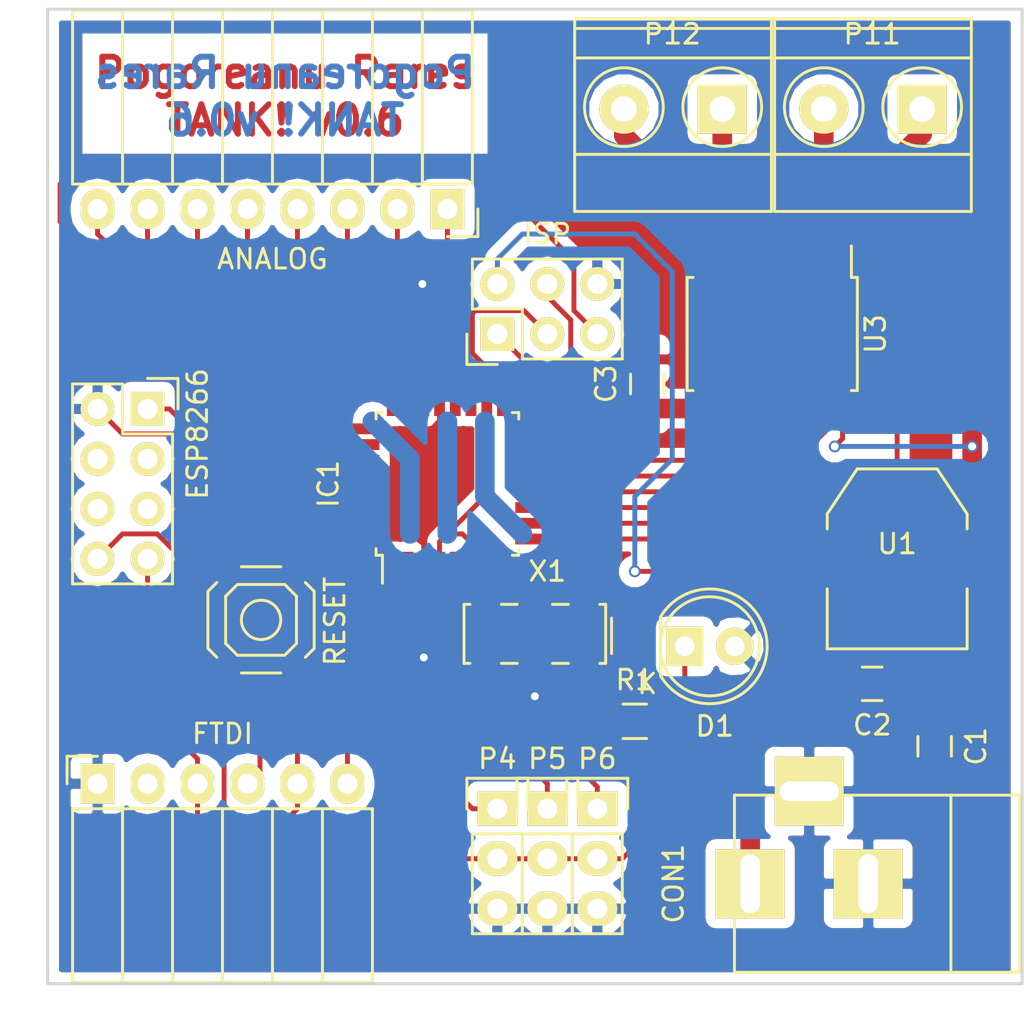
<source format=kicad_pcb>
(kicad_pcb (version 4) (host pcbnew 4.0.2-4+6225~38~ubuntu14.04.1-stable)

  (general
    (links 0)
    (no_connects 20)
    (area 73.631667 38.704999 125.885621 90.79448)
    (thickness 1.6)
    (drawings 10)
    (tracks 262)
    (zones 0)
    (modules 20)
    (nets 39)
  )

  (page A4)
  (layers
    (0 F.Cu signal)
    (31 B.Cu signal)
    (32 B.Adhes user)
    (33 F.Adhes user)
    (34 B.Paste user)
    (35 F.Paste user)
    (36 B.SilkS user)
    (37 F.SilkS user)
    (38 B.Mask user)
    (39 F.Mask user)
    (40 Dwgs.User user)
    (41 Cmts.User user)
    (42 Eco1.User user)
    (43 Eco2.User user)
    (44 Edge.Cuts user)
    (45 Margin user)
    (46 B.CrtYd user)
    (47 F.CrtYd user)
    (48 B.Fab user)
    (49 F.Fab user)
  )

  (setup
    (last_trace_width 0.25)
    (user_trace_width 1)
    (trace_clearance 0.2)
    (zone_clearance 0.508)
    (zone_45_only no)
    (trace_min 0.2)
    (segment_width 0.2)
    (edge_width 0.15)
    (via_size 0.6)
    (via_drill 0.4)
    (via_min_size 0.4)
    (via_min_drill 0.3)
    (uvia_size 0.3)
    (uvia_drill 0.1)
    (uvias_allowed no)
    (uvia_min_size 0.2)
    (uvia_min_drill 0.1)
    (pcb_text_width 0.3)
    (pcb_text_size 1.5 1.5)
    (mod_edge_width 0.15)
    (mod_text_size 1 1)
    (mod_text_width 0.15)
    (pad_size 3.6576 2.032)
    (pad_drill 0)
    (pad_to_mask_clearance 0.2)
    (aux_axis_origin 0 0)
    (visible_elements FFFEEF7F)
    (pcbplotparams
      (layerselection 0x00030_80000001)
      (usegerberextensions false)
      (excludeedgelayer true)
      (linewidth 0.100000)
      (plotframeref false)
      (viasonmask false)
      (mode 1)
      (useauxorigin false)
      (hpglpennumber 1)
      (hpglpenspeed 20)
      (hpglpendiameter 15)
      (hpglpenoverlay 2)
      (psnegative false)
      (psa4output false)
      (plotreference true)
      (plotvalue true)
      (plotinvisibletext false)
      (padsonsilk false)
      (subtractmaskfromsilk false)
      (outputformat 1)
      (mirror false)
      (drillshape 1)
      (scaleselection 1)
      (outputdirectory ""))
  )

  (net 0 "")
  (net 1 /BATT+)
  (net 2 GND)
  (net 3 +3V3)
  (net 4 /MISO)
  (net 5 /SCK)
  (net 6 /MOSI)
  (net 7 /RESET)
  (net 8 "Net-(D1-Pad1)")
  (net 9 /PIN3)
  (net 10 /PIN4)
  (net 11 /XTAL1)
  (net 12 /XTAL2)
  (net 13 /PWMA)
  (net 14 /A2)
  (net 15 /A1)
  (net 16 /B1)
  (net 17 /B2)
  (net 18 /PWMB)
  (net 19 /ADC6)
  (net 20 "Net-(IC1-Pad20)")
  (net 21 /ADC7)
  (net 22 /A0)
  (net 23 /A3)
  (net 24 /A4)
  (net 25 /A5)
  (net 26 /RX)
  (net 27 /TX)
  (net 28 /PIN2)
  (net 29 "Net-(P9-Pad2)")
  (net 30 "Net-(P11-Pad1)")
  (net 31 "Net-(P11-Pad2)")
  (net 32 "Net-(P12-Pad1)")
  (net 33 "Net-(P12-Pad2)")
  (net 34 "Net-(U3-Pad19)")
  (net 35 "Net-(U2-Pad3)")
  (net 36 "Net-(U2-Pad4)")
  (net 37 "Net-(U2-Pad5)")
  (net 38 "Net-(U2-Pad6)")

  (net_class Default "This is the default net class."
    (clearance 0.2)
    (trace_width 0.25)
    (via_dia 0.6)
    (via_drill 0.4)
    (uvia_dia 0.3)
    (uvia_drill 0.1)
    (add_net +3V3)
    (add_net /A0)
    (add_net /A1)
    (add_net /A2)
    (add_net /A3)
    (add_net /A4)
    (add_net /A5)
    (add_net /ADC6)
    (add_net /ADC7)
    (add_net /B1)
    (add_net /B2)
    (add_net /BATT+)
    (add_net /MISO)
    (add_net /MOSI)
    (add_net /PIN2)
    (add_net /PIN3)
    (add_net /PIN4)
    (add_net /PWMA)
    (add_net /PWMB)
    (add_net /RESET)
    (add_net /RX)
    (add_net /SCK)
    (add_net /TX)
    (add_net /XTAL1)
    (add_net /XTAL2)
    (add_net GND)
    (add_net "Net-(D1-Pad1)")
    (add_net "Net-(IC1-Pad20)")
    (add_net "Net-(P11-Pad1)")
    (add_net "Net-(P11-Pad2)")
    (add_net "Net-(P12-Pad1)")
    (add_net "Net-(P12-Pad2)")
    (add_net "Net-(P9-Pad2)")
    (add_net "Net-(U2-Pad3)")
    (add_net "Net-(U2-Pad4)")
    (add_net "Net-(U2-Pad5)")
    (add_net "Net-(U2-Pad6)")
    (add_net "Net-(U3-Pad19)")
  )

  (module Housings_QFP:TQFP-32_7x7mm_Pitch0.8mm (layer F.Cu) (tedit 54130A77) (tstamp 572D3891)
    (at 96.52 63.5 90)
    (descr "32-Lead Plastic Thin Quad Flatpack (PT) - 7x7x1.0 mm Body, 2.00 mm [TQFP] (see Microchip Packaging Specification 00000049BS.pdf)")
    (tags "QFP 0.8")
    (path /572D2524)
    (attr smd)
    (fp_text reference IC1 (at 0 -6.05 90) (layer F.SilkS)
      (effects (font (size 1 1) (thickness 0.15)))
    )
    (fp_text value ATMEGA328P-A (at 0 6.05 90) (layer F.Fab)
      (effects (font (size 1 1) (thickness 0.15)))
    )
    (fp_line (start -5.3 -5.3) (end -5.3 5.3) (layer F.CrtYd) (width 0.05))
    (fp_line (start 5.3 -5.3) (end 5.3 5.3) (layer F.CrtYd) (width 0.05))
    (fp_line (start -5.3 -5.3) (end 5.3 -5.3) (layer F.CrtYd) (width 0.05))
    (fp_line (start -5.3 5.3) (end 5.3 5.3) (layer F.CrtYd) (width 0.05))
    (fp_line (start -3.625 -3.625) (end -3.625 -3.3) (layer F.SilkS) (width 0.15))
    (fp_line (start 3.625 -3.625) (end 3.625 -3.3) (layer F.SilkS) (width 0.15))
    (fp_line (start 3.625 3.625) (end 3.625 3.3) (layer F.SilkS) (width 0.15))
    (fp_line (start -3.625 3.625) (end -3.625 3.3) (layer F.SilkS) (width 0.15))
    (fp_line (start -3.625 -3.625) (end -3.3 -3.625) (layer F.SilkS) (width 0.15))
    (fp_line (start -3.625 3.625) (end -3.3 3.625) (layer F.SilkS) (width 0.15))
    (fp_line (start 3.625 3.625) (end 3.3 3.625) (layer F.SilkS) (width 0.15))
    (fp_line (start 3.625 -3.625) (end 3.3 -3.625) (layer F.SilkS) (width 0.15))
    (fp_line (start -3.625 -3.3) (end -5.05 -3.3) (layer F.SilkS) (width 0.15))
    (pad 1 smd rect (at -4.25 -2.8 90) (size 1.6 0.55) (layers F.Cu F.Paste F.Mask)
      (net 9 /PIN3))
    (pad 2 smd rect (at -4.25 -2 90) (size 1.6 0.55) (layers F.Cu F.Paste F.Mask)
      (net 10 /PIN4))
    (pad 3 smd rect (at -4.25 -1.2 90) (size 1.6 0.55) (layers F.Cu F.Paste F.Mask)
      (net 2 GND))
    (pad 4 smd rect (at -4.25 -0.4 90) (size 1.6 0.55) (layers F.Cu F.Paste F.Mask)
      (net 3 +3V3))
    (pad 5 smd rect (at -4.25 0.4 90) (size 1.6 0.55) (layers F.Cu F.Paste F.Mask)
      (net 2 GND))
    (pad 6 smd rect (at -4.25 1.2 90) (size 1.6 0.55) (layers F.Cu F.Paste F.Mask)
      (net 3 +3V3))
    (pad 7 smd rect (at -4.25 2 90) (size 1.6 0.55) (layers F.Cu F.Paste F.Mask)
      (net 11 /XTAL1))
    (pad 8 smd rect (at -4.25 2.8 90) (size 1.6 0.55) (layers F.Cu F.Paste F.Mask)
      (net 12 /XTAL2))
    (pad 9 smd rect (at -2.8 4.25 180) (size 1.6 0.55) (layers F.Cu F.Paste F.Mask)
      (net 13 /PWMA))
    (pad 10 smd rect (at -2 4.25 180) (size 1.6 0.55) (layers F.Cu F.Paste F.Mask)
      (net 14 /A2))
    (pad 11 smd rect (at -1.2 4.25 180) (size 1.6 0.55) (layers F.Cu F.Paste F.Mask)
      (net 15 /A1))
    (pad 12 smd rect (at -0.4 4.25 180) (size 1.6 0.55) (layers F.Cu F.Paste F.Mask)
      (net 16 /B1))
    (pad 13 smd rect (at 0.4 4.25 180) (size 1.6 0.55) (layers F.Cu F.Paste F.Mask)
      (net 17 /B2))
    (pad 14 smd rect (at 1.2 4.25 180) (size 1.6 0.55) (layers F.Cu F.Paste F.Mask)
      (net 18 /PWMB))
    (pad 15 smd rect (at 2 4.25 180) (size 1.6 0.55) (layers F.Cu F.Paste F.Mask)
      (net 6 /MOSI))
    (pad 16 smd rect (at 2.8 4.25 180) (size 1.6 0.55) (layers F.Cu F.Paste F.Mask)
      (net 4 /MISO))
    (pad 17 smd rect (at 4.25 2.8 90) (size 1.6 0.55) (layers F.Cu F.Paste F.Mask)
      (net 5 /SCK))
    (pad 18 smd rect (at 4.25 2 90) (size 1.6 0.55) (layers F.Cu F.Paste F.Mask)
      (net 3 +3V3))
    (pad 19 smd rect (at 4.25 1.2 90) (size 1.6 0.55) (layers F.Cu F.Paste F.Mask)
      (net 19 /ADC6))
    (pad 20 smd rect (at 4.25 0.4 90) (size 1.6 0.55) (layers F.Cu F.Paste F.Mask)
      (net 20 "Net-(IC1-Pad20)"))
    (pad 21 smd rect (at 4.25 -0.4 90) (size 1.6 0.55) (layers F.Cu F.Paste F.Mask)
      (net 2 GND))
    (pad 22 smd rect (at 4.25 -1.2 90) (size 1.6 0.55) (layers F.Cu F.Paste F.Mask)
      (net 21 /ADC7))
    (pad 23 smd rect (at 4.25 -2 90) (size 1.6 0.55) (layers F.Cu F.Paste F.Mask)
      (net 22 /A0))
    (pad 24 smd rect (at 4.25 -2.8 90) (size 1.6 0.55) (layers F.Cu F.Paste F.Mask)
      (net 15 /A1))
    (pad 25 smd rect (at 2.8 -4.25 180) (size 1.6 0.55) (layers F.Cu F.Paste F.Mask)
      (net 14 /A2))
    (pad 26 smd rect (at 2 -4.25 180) (size 1.6 0.55) (layers F.Cu F.Paste F.Mask)
      (net 23 /A3))
    (pad 27 smd rect (at 1.2 -4.25 180) (size 1.6 0.55) (layers F.Cu F.Paste F.Mask)
      (net 24 /A4))
    (pad 28 smd rect (at 0.4 -4.25 180) (size 1.6 0.55) (layers F.Cu F.Paste F.Mask)
      (net 25 /A5))
    (pad 29 smd rect (at -0.4 -4.25 180) (size 1.6 0.55) (layers F.Cu F.Paste F.Mask)
      (net 7 /RESET))
    (pad 30 smd rect (at -1.2 -4.25 180) (size 1.6 0.55) (layers F.Cu F.Paste F.Mask)
      (net 26 /RX))
    (pad 31 smd rect (at -2 -4.25 180) (size 1.6 0.55) (layers F.Cu F.Paste F.Mask)
      (net 27 /TX))
    (pad 32 smd rect (at -2.8 -4.25 180) (size 1.6 0.55) (layers F.Cu F.Paste F.Mask)
      (net 28 /PIN2))
    (model Housings_QFP.3dshapes/TQFP-32_7x7mm_Pitch0.8mm.wrl
      (at (xyz 0 0 0))
      (scale (xyz 1 1 1))
      (rotate (xyz 0 0 0))
    )
  )

  (module Socket_Strips:Socket_Strip_Angled_1x08 (layer F.Cu) (tedit 572FCD97) (tstamp 572D507C)
    (at 96.52 49.53 180)
    (descr "Through hole socket strip")
    (tags "socket strip")
    (path /572D29AA)
    (fp_text reference ANALOG (at 8.89 -2.54 180) (layer F.SilkS)
      (effects (font (size 1 1) (thickness 0.15)))
    )
    (fp_text value CONN_01X08 (at 0 -2.75 180) (layer F.Fab)
      (effects (font (size 1 1) (thickness 0.15)))
    )
    (fp_line (start -1.75 -1.5) (end -1.75 10.6) (layer F.CrtYd) (width 0.05))
    (fp_line (start 19.55 -1.5) (end 19.55 10.6) (layer F.CrtYd) (width 0.05))
    (fp_line (start -1.75 -1.5) (end 19.55 -1.5) (layer F.CrtYd) (width 0.05))
    (fp_line (start -1.75 10.6) (end 19.55 10.6) (layer F.CrtYd) (width 0.05))
    (fp_line (start 16.51 10.1) (end 16.51 1.27) (layer F.SilkS) (width 0.15))
    (fp_line (start 13.97 10.1) (end 16.51 10.1) (layer F.SilkS) (width 0.15))
    (fp_line (start 13.97 1.27) (end 16.51 1.27) (layer F.SilkS) (width 0.15))
    (fp_line (start 16.51 1.27) (end 19.05 1.27) (layer F.SilkS) (width 0.15))
    (fp_line (start 16.51 10.1) (end 19.05 10.1) (layer F.SilkS) (width 0.15))
    (fp_line (start 19.05 10.1) (end 19.05 1.27) (layer F.SilkS) (width 0.15))
    (fp_line (start 13.97 10.1) (end 13.97 1.27) (layer F.SilkS) (width 0.15))
    (fp_line (start 11.43 10.1) (end 13.97 10.1) (layer F.SilkS) (width 0.15))
    (fp_line (start 11.43 1.27) (end 13.97 1.27) (layer F.SilkS) (width 0.15))
    (fp_line (start 8.89 1.27) (end 11.43 1.27) (layer F.SilkS) (width 0.15))
    (fp_line (start 8.89 10.1) (end 11.43 10.1) (layer F.SilkS) (width 0.15))
    (fp_line (start 11.43 10.1) (end 11.43 1.27) (layer F.SilkS) (width 0.15))
    (fp_line (start 8.89 10.1) (end 8.89 1.27) (layer F.SilkS) (width 0.15))
    (fp_line (start 6.35 10.1) (end 8.89 10.1) (layer F.SilkS) (width 0.15))
    (fp_line (start 6.35 1.27) (end 8.89 1.27) (layer F.SilkS) (width 0.15))
    (fp_line (start 3.81 1.27) (end 6.35 1.27) (layer F.SilkS) (width 0.15))
    (fp_line (start 3.81 10.1) (end 6.35 10.1) (layer F.SilkS) (width 0.15))
    (fp_line (start 6.35 10.1) (end 6.35 1.27) (layer F.SilkS) (width 0.15))
    (fp_line (start 3.81 10.1) (end 3.81 1.27) (layer F.SilkS) (width 0.15))
    (fp_line (start 1.27 10.1) (end 3.81 10.1) (layer F.SilkS) (width 0.15))
    (fp_line (start 1.27 1.27) (end 1.27 10.1) (layer F.SilkS) (width 0.15))
    (fp_line (start 1.27 1.27) (end 3.81 1.27) (layer F.SilkS) (width 0.15))
    (fp_line (start -1.27 1.27) (end 1.27 1.27) (layer F.SilkS) (width 0.15))
    (fp_line (start 0 -1.4) (end -1.55 -1.4) (layer F.SilkS) (width 0.15))
    (fp_line (start -1.55 -1.4) (end -1.55 0) (layer F.SilkS) (width 0.15))
    (fp_line (start -1.27 1.27) (end -1.27 10.1) (layer F.SilkS) (width 0.15))
    (fp_line (start -1.27 10.1) (end 1.27 10.1) (layer F.SilkS) (width 0.15))
    (fp_line (start 1.27 10.1) (end 1.27 1.27) (layer F.SilkS) (width 0.15))
    (pad 1 thru_hole rect (at 0 0 180) (size 1.7272 2.032) (drill 1.016) (layers *.Cu *.Mask F.SilkS)
      (net 19 /ADC6))
    (pad 2 thru_hole oval (at 2.54 0 180) (size 1.7272 2.032) (drill 1.016) (layers *.Cu *.Mask F.SilkS)
      (net 21 /ADC7))
    (pad 3 thru_hole oval (at 5.08 0 180) (size 1.7272 2.032) (drill 1.016) (layers *.Cu *.Mask F.SilkS)
      (net 22 /A0))
    (pad 4 thru_hole oval (at 7.62 0 180) (size 1.7272 2.032) (drill 1.016) (layers *.Cu *.Mask F.SilkS)
      (net 15 /A1))
    (pad 5 thru_hole oval (at 10.16 0 180) (size 1.7272 2.032) (drill 1.016) (layers *.Cu *.Mask F.SilkS)
      (net 14 /A2))
    (pad 6 thru_hole oval (at 12.7 0 180) (size 1.7272 2.032) (drill 1.016) (layers *.Cu *.Mask F.SilkS)
      (net 23 /A3))
    (pad 7 thru_hole oval (at 15.24 0 180) (size 1.7272 2.032) (drill 1.016) (layers *.Cu *.Mask F.SilkS)
      (net 24 /A4))
    (pad 8 thru_hole oval (at 17.78 0 180) (size 1.7272 2.032) (drill 1.016) (layers *.Cu *.Mask F.SilkS)
      (net 25 /A5))
    (model Socket_Strips.3dshapes/Socket_Strip_Angled_1x08.wrl
      (at (xyz 0.35 0 0))
      (scale (xyz 1 1 1))
      (rotate (xyz 0 0 180))
    )
  )

  (module Terminal_Blocks:TerminalBlock_Pheonix_MKDS1.5-2pol (layer F.Cu) (tedit 563007E4) (tstamp 572D38C2)
    (at 120.65 44.45 180)
    (descr "2-way 5mm pitch terminal block, Phoenix MKDS series")
    (path /572D251A)
    (fp_text reference P11 (at 2.54 3.81 180) (layer F.SilkS)
      (effects (font (size 1 1) (thickness 0.15)))
    )
    (fp_text value CONN_01X02 (at 2.5 -6.6 180) (layer F.Fab)
      (effects (font (size 1 1) (thickness 0.15)))
    )
    (fp_line (start -2.7 -5.4) (end 7.7 -5.4) (layer F.CrtYd) (width 0.05))
    (fp_line (start -2.7 4.8) (end -2.7 -5.4) (layer F.CrtYd) (width 0.05))
    (fp_line (start 7.7 4.8) (end -2.7 4.8) (layer F.CrtYd) (width 0.05))
    (fp_line (start 7.7 -5.4) (end 7.7 4.8) (layer F.CrtYd) (width 0.05))
    (fp_line (start 2.5 4.1) (end 2.5 4.6) (layer F.SilkS) (width 0.15))
    (fp_circle (center 5 0.1) (end 3 0.1) (layer F.SilkS) (width 0.15))
    (fp_circle (center 0 0.1) (end 2 0.1) (layer F.SilkS) (width 0.15))
    (fp_line (start -2.5 2.6) (end 7.5 2.6) (layer F.SilkS) (width 0.15))
    (fp_line (start -2.5 -2.3) (end 7.5 -2.3) (layer F.SilkS) (width 0.15))
    (fp_line (start -2.5 4.1) (end 7.5 4.1) (layer F.SilkS) (width 0.15))
    (fp_line (start -2.5 4.6) (end 7.5 4.6) (layer F.SilkS) (width 0.15))
    (fp_line (start 7.5 4.6) (end 7.5 -5.2) (layer F.SilkS) (width 0.15))
    (fp_line (start 7.5 -5.2) (end -2.5 -5.2) (layer F.SilkS) (width 0.15))
    (fp_line (start -2.5 -5.2) (end -2.5 4.6) (layer F.SilkS) (width 0.15))
    (pad 1 thru_hole rect (at 0 0 180) (size 2.5 2.5) (drill 1.3) (layers *.Cu *.Mask F.SilkS)
      (net 30 "Net-(P11-Pad1)"))
    (pad 2 thru_hole circle (at 5 0 180) (size 2.5 2.5) (drill 1.3) (layers *.Cu *.Mask F.SilkS)
      (net 31 "Net-(P11-Pad2)"))
    (model Terminal_Blocks.3dshapes/TerminalBlock_Pheonix_MKDS1.5-2pol.wrl
      (at (xyz 0.0984 0 0))
      (scale (xyz 1 1 1))
      (rotate (xyz 0 0 0))
    )
  )

  (module Capacitors_SMD:C_0805_HandSoldering (layer F.Cu) (tedit 541A9B8D) (tstamp 572D3850)
    (at 121.285 76.835 270)
    (descr "Capacitor SMD 0805, hand soldering")
    (tags "capacitor 0805")
    (path /572D2505)
    (attr smd)
    (fp_text reference C1 (at 0 -2.1 270) (layer F.SilkS)
      (effects (font (size 1 1) (thickness 0.15)))
    )
    (fp_text value 100nF (at 0 2.1 270) (layer F.Fab)
      (effects (font (size 1 1) (thickness 0.15)))
    )
    (fp_line (start -2.3 -1) (end 2.3 -1) (layer F.CrtYd) (width 0.05))
    (fp_line (start -2.3 1) (end 2.3 1) (layer F.CrtYd) (width 0.05))
    (fp_line (start -2.3 -1) (end -2.3 1) (layer F.CrtYd) (width 0.05))
    (fp_line (start 2.3 -1) (end 2.3 1) (layer F.CrtYd) (width 0.05))
    (fp_line (start 0.5 -0.85) (end -0.5 -0.85) (layer F.SilkS) (width 0.15))
    (fp_line (start -0.5 0.85) (end 0.5 0.85) (layer F.SilkS) (width 0.15))
    (pad 1 smd rect (at -1.25 0 270) (size 1.5 1.25) (layers F.Cu F.Paste F.Mask)
      (net 1 /BATT+))
    (pad 2 smd rect (at 1.25 0 270) (size 1.5 1.25) (layers F.Cu F.Paste F.Mask)
      (net 2 GND))
    (model Capacitors_SMD.3dshapes/C_0805_HandSoldering.wrl
      (at (xyz 0 0 0))
      (scale (xyz 1 1 1))
      (rotate (xyz 0 0 0))
    )
  )

  (module Capacitors_SMD:C_0805_HandSoldering (layer F.Cu) (tedit 541A9B8D) (tstamp 572D3856)
    (at 118.11 73.66 180)
    (descr "Capacitor SMD 0805, hand soldering")
    (tags "capacitor 0805")
    (path /572D2506)
    (attr smd)
    (fp_text reference C2 (at 0 -2.1 180) (layer F.SilkS)
      (effects (font (size 1 1) (thickness 0.15)))
    )
    (fp_text value 10uF (at 0 2.1 180) (layer F.Fab)
      (effects (font (size 1 1) (thickness 0.15)))
    )
    (fp_line (start -2.3 -1) (end 2.3 -1) (layer F.CrtYd) (width 0.05))
    (fp_line (start -2.3 1) (end 2.3 1) (layer F.CrtYd) (width 0.05))
    (fp_line (start -2.3 -1) (end -2.3 1) (layer F.CrtYd) (width 0.05))
    (fp_line (start 2.3 -1) (end 2.3 1) (layer F.CrtYd) (width 0.05))
    (fp_line (start 0.5 -0.85) (end -0.5 -0.85) (layer F.SilkS) (width 0.15))
    (fp_line (start -0.5 0.85) (end 0.5 0.85) (layer F.SilkS) (width 0.15))
    (pad 1 smd rect (at -1.25 0 180) (size 1.5 1.25) (layers F.Cu F.Paste F.Mask)
      (net 3 +3V3))
    (pad 2 smd rect (at 1.25 0 180) (size 1.5 1.25) (layers F.Cu F.Paste F.Mask)
      (net 2 GND))
    (model Capacitors_SMD.3dshapes/C_0805_HandSoldering.wrl
      (at (xyz 0 0 0))
      (scale (xyz 1 1 1))
      (rotate (xyz 0 0 0))
    )
  )

  (module Connect:BARREL_JACK (layer F.Cu) (tedit 0) (tstamp 572D385D)
    (at 118.11 83.82 180)
    (descr "DC Barrel Jack")
    (tags "Power Jack")
    (path /572D2512)
    (fp_text reference CON1 (at 10.09904 0 270) (layer F.SilkS)
      (effects (font (size 1 1) (thickness 0.15)))
    )
    (fp_text value BARREL_JACK (at 0 -5.99948 180) (layer F.Fab)
      (effects (font (size 1 1) (thickness 0.15)))
    )
    (fp_line (start -4.0005 -4.50088) (end -4.0005 4.50088) (layer F.SilkS) (width 0.15))
    (fp_line (start -7.50062 -4.50088) (end -7.50062 4.50088) (layer F.SilkS) (width 0.15))
    (fp_line (start -7.50062 4.50088) (end 7.00024 4.50088) (layer F.SilkS) (width 0.15))
    (fp_line (start 7.00024 4.50088) (end 7.00024 -4.50088) (layer F.SilkS) (width 0.15))
    (fp_line (start 7.00024 -4.50088) (end -7.50062 -4.50088) (layer F.SilkS) (width 0.15))
    (pad 1 thru_hole rect (at 6.20014 0 180) (size 3.50012 3.50012) (drill oval 1.00076 2.99974) (layers *.Cu *.Mask F.SilkS)
      (net 1 /BATT+))
    (pad 2 thru_hole rect (at 0.20066 0 180) (size 3.50012 3.50012) (drill oval 1.00076 2.99974) (layers *.Cu *.Mask F.SilkS)
      (net 2 GND))
    (pad 3 thru_hole rect (at 3.2004 4.699 180) (size 3.50012 3.50012) (drill oval 2.99974 1.00076) (layers *.Cu *.Mask F.SilkS)
      (net 2 GND))
  )

  (module Pin_Headers:Pin_Header_Straight_2x03 (layer F.Cu) (tedit 572FCD6F) (tstamp 572D3867)
    (at 99.06 55.88 90)
    (descr "Through hole pin header")
    (tags "pin header")
    (path /572D2B5B)
    (fp_text reference ISP (at 5.08 2.54 180) (layer F.SilkS)
      (effects (font (size 1 1) (thickness 0.15)))
    )
    (fp_text value AVR-ISP-6 (at 0 -3.1 90) (layer F.Fab)
      (effects (font (size 1 1) (thickness 0.15)))
    )
    (fp_line (start -1.27 1.27) (end -1.27 6.35) (layer F.SilkS) (width 0.15))
    (fp_line (start -1.55 -1.55) (end 0 -1.55) (layer F.SilkS) (width 0.15))
    (fp_line (start -1.75 -1.75) (end -1.75 6.85) (layer F.CrtYd) (width 0.05))
    (fp_line (start 4.3 -1.75) (end 4.3 6.85) (layer F.CrtYd) (width 0.05))
    (fp_line (start -1.75 -1.75) (end 4.3 -1.75) (layer F.CrtYd) (width 0.05))
    (fp_line (start -1.75 6.85) (end 4.3 6.85) (layer F.CrtYd) (width 0.05))
    (fp_line (start 1.27 -1.27) (end 1.27 1.27) (layer F.SilkS) (width 0.15))
    (fp_line (start 1.27 1.27) (end -1.27 1.27) (layer F.SilkS) (width 0.15))
    (fp_line (start -1.27 6.35) (end 3.81 6.35) (layer F.SilkS) (width 0.15))
    (fp_line (start 3.81 6.35) (end 3.81 1.27) (layer F.SilkS) (width 0.15))
    (fp_line (start -1.55 -1.55) (end -1.55 0) (layer F.SilkS) (width 0.15))
    (fp_line (start 3.81 -1.27) (end 1.27 -1.27) (layer F.SilkS) (width 0.15))
    (fp_line (start 3.81 1.27) (end 3.81 -1.27) (layer F.SilkS) (width 0.15))
    (pad 1 thru_hole rect (at 0 0 90) (size 1.7272 1.7272) (drill 1.016) (layers *.Cu *.Mask F.SilkS)
      (net 4 /MISO))
    (pad 2 thru_hole oval (at 2.54 0 90) (size 1.7272 1.7272) (drill 1.016) (layers *.Cu *.Mask F.SilkS)
      (net 3 +3V3))
    (pad 3 thru_hole oval (at 0 2.54 90) (size 1.7272 1.7272) (drill 1.016) (layers *.Cu *.Mask F.SilkS)
      (net 5 /SCK))
    (pad 4 thru_hole oval (at 2.54 2.54 90) (size 1.7272 1.7272) (drill 1.016) (layers *.Cu *.Mask F.SilkS)
      (net 6 /MOSI))
    (pad 5 thru_hole oval (at 0 5.08 90) (size 1.7272 1.7272) (drill 1.016) (layers *.Cu *.Mask F.SilkS)
      (net 7 /RESET))
    (pad 6 thru_hole oval (at 2.54 5.08 90) (size 1.7272 1.7272) (drill 1.016) (layers *.Cu *.Mask F.SilkS)
      (net 2 GND))
    (model Pin_Headers.3dshapes/Pin_Header_Straight_2x03.wrl
      (at (xyz 0.05 -0.1 0))
      (scale (xyz 1 1 1))
      (rotate (xyz 0 0 90))
    )
  )

  (module LEDs:LED-5MM (layer F.Cu) (tedit 5570F7EA) (tstamp 572D386D)
    (at 108.585 71.755)
    (descr "LED 5mm round vertical")
    (tags "LED 5mm round vertical")
    (path /572D250B)
    (fp_text reference D1 (at 1.524 4.064) (layer F.SilkS)
      (effects (font (size 1 1) (thickness 0.15)))
    )
    (fp_text value LED (at 1.524 -3.937) (layer F.Fab)
      (effects (font (size 1 1) (thickness 0.15)))
    )
    (fp_line (start -1.5 -1.55) (end -1.5 1.55) (layer F.CrtYd) (width 0.05))
    (fp_arc (start 1.3 0) (end -1.5 1.55) (angle -302) (layer F.CrtYd) (width 0.05))
    (fp_arc (start 1.27 0) (end -1.23 -1.5) (angle 297.5) (layer F.SilkS) (width 0.15))
    (fp_line (start -1.23 1.5) (end -1.23 -1.5) (layer F.SilkS) (width 0.15))
    (fp_circle (center 1.27 0) (end 0.97 -2.5) (layer F.SilkS) (width 0.15))
    (fp_text user K (at -1.905 1.905) (layer F.SilkS)
      (effects (font (size 1 1) (thickness 0.15)))
    )
    (pad 1 thru_hole rect (at 0 0 90) (size 2 1.9) (drill 1.00076) (layers *.Cu *.Mask F.SilkS)
      (net 8 "Net-(D1-Pad1)"))
    (pad 2 thru_hole circle (at 2.54 0) (size 1.9 1.9) (drill 1.00076) (layers *.Cu *.Mask F.SilkS)
      (net 2 GND))
    (model LEDs.3dshapes/LED-5MM.wrl
      (at (xyz 0.05 0 0))
      (scale (xyz 1 1 1))
      (rotate (xyz 0 0 90))
    )
  )

  (module Pin_Headers:Pin_Header_Straight_1x03 (layer F.Cu) (tedit 0) (tstamp 572D3898)
    (at 99.06 80.01)
    (descr "Through hole pin header")
    (tags "pin header")
    (path /572D2514)
    (fp_text reference P4 (at 0 -2.54) (layer F.SilkS)
      (effects (font (size 1 1) (thickness 0.15)))
    )
    (fp_text value CONN_01X03 (at 0 -3.1) (layer F.Fab)
      (effects (font (size 1 1) (thickness 0.15)))
    )
    (fp_line (start -1.75 -1.75) (end -1.75 6.85) (layer F.CrtYd) (width 0.05))
    (fp_line (start 1.75 -1.75) (end 1.75 6.85) (layer F.CrtYd) (width 0.05))
    (fp_line (start -1.75 -1.75) (end 1.75 -1.75) (layer F.CrtYd) (width 0.05))
    (fp_line (start -1.75 6.85) (end 1.75 6.85) (layer F.CrtYd) (width 0.05))
    (fp_line (start -1.27 1.27) (end -1.27 6.35) (layer F.SilkS) (width 0.15))
    (fp_line (start -1.27 6.35) (end 1.27 6.35) (layer F.SilkS) (width 0.15))
    (fp_line (start 1.27 6.35) (end 1.27 1.27) (layer F.SilkS) (width 0.15))
    (fp_line (start 1.55 -1.55) (end 1.55 0) (layer F.SilkS) (width 0.15))
    (fp_line (start 1.27 1.27) (end -1.27 1.27) (layer F.SilkS) (width 0.15))
    (fp_line (start -1.55 0) (end -1.55 -1.55) (layer F.SilkS) (width 0.15))
    (fp_line (start -1.55 -1.55) (end 1.55 -1.55) (layer F.SilkS) (width 0.15))
    (pad 1 thru_hole rect (at 0 0) (size 2.032 1.7272) (drill 1.016) (layers *.Cu *.Mask F.SilkS)
      (net 28 /PIN2))
    (pad 2 thru_hole oval (at 0 2.54) (size 2.032 1.7272) (drill 1.016) (layers *.Cu *.Mask F.SilkS)
      (net 3 +3V3))
    (pad 3 thru_hole oval (at 0 5.08) (size 2.032 1.7272) (drill 1.016) (layers *.Cu *.Mask F.SilkS)
      (net 2 GND))
    (model Pin_Headers.3dshapes/Pin_Header_Straight_1x03.wrl
      (at (xyz 0 -0.1 0))
      (scale (xyz 1 1 1))
      (rotate (xyz 0 0 90))
    )
  )

  (module Pin_Headers:Pin_Header_Straight_1x03 (layer F.Cu) (tedit 0) (tstamp 572D389F)
    (at 101.6 80.01)
    (descr "Through hole pin header")
    (tags "pin header")
    (path /572D2515)
    (fp_text reference P5 (at 0 -2.54) (layer F.SilkS)
      (effects (font (size 1 1) (thickness 0.15)))
    )
    (fp_text value CONN_01X03 (at 0 -3.1) (layer F.Fab)
      (effects (font (size 1 1) (thickness 0.15)))
    )
    (fp_line (start -1.75 -1.75) (end -1.75 6.85) (layer F.CrtYd) (width 0.05))
    (fp_line (start 1.75 -1.75) (end 1.75 6.85) (layer F.CrtYd) (width 0.05))
    (fp_line (start -1.75 -1.75) (end 1.75 -1.75) (layer F.CrtYd) (width 0.05))
    (fp_line (start -1.75 6.85) (end 1.75 6.85) (layer F.CrtYd) (width 0.05))
    (fp_line (start -1.27 1.27) (end -1.27 6.35) (layer F.SilkS) (width 0.15))
    (fp_line (start -1.27 6.35) (end 1.27 6.35) (layer F.SilkS) (width 0.15))
    (fp_line (start 1.27 6.35) (end 1.27 1.27) (layer F.SilkS) (width 0.15))
    (fp_line (start 1.55 -1.55) (end 1.55 0) (layer F.SilkS) (width 0.15))
    (fp_line (start 1.27 1.27) (end -1.27 1.27) (layer F.SilkS) (width 0.15))
    (fp_line (start -1.55 0) (end -1.55 -1.55) (layer F.SilkS) (width 0.15))
    (fp_line (start -1.55 -1.55) (end 1.55 -1.55) (layer F.SilkS) (width 0.15))
    (pad 1 thru_hole rect (at 0 0) (size 2.032 1.7272) (drill 1.016) (layers *.Cu *.Mask F.SilkS)
      (net 9 /PIN3))
    (pad 2 thru_hole oval (at 0 2.54) (size 2.032 1.7272) (drill 1.016) (layers *.Cu *.Mask F.SilkS)
      (net 3 +3V3))
    (pad 3 thru_hole oval (at 0 5.08) (size 2.032 1.7272) (drill 1.016) (layers *.Cu *.Mask F.SilkS)
      (net 2 GND))
    (model Pin_Headers.3dshapes/Pin_Header_Straight_1x03.wrl
      (at (xyz 0 -0.1 0))
      (scale (xyz 1 1 1))
      (rotate (xyz 0 0 90))
    )
  )

  (module Pin_Headers:Pin_Header_Straight_1x03 (layer F.Cu) (tedit 0) (tstamp 572D38A6)
    (at 104.14 80.01)
    (descr "Through hole pin header")
    (tags "pin header")
    (path /572D2516)
    (fp_text reference P6 (at 0 -2.54) (layer F.SilkS)
      (effects (font (size 1 1) (thickness 0.15)))
    )
    (fp_text value CONN_01X03 (at 0 -3.1) (layer F.Fab)
      (effects (font (size 1 1) (thickness 0.15)))
    )
    (fp_line (start -1.75 -1.75) (end -1.75 6.85) (layer F.CrtYd) (width 0.05))
    (fp_line (start 1.75 -1.75) (end 1.75 6.85) (layer F.CrtYd) (width 0.05))
    (fp_line (start -1.75 -1.75) (end 1.75 -1.75) (layer F.CrtYd) (width 0.05))
    (fp_line (start -1.75 6.85) (end 1.75 6.85) (layer F.CrtYd) (width 0.05))
    (fp_line (start -1.27 1.27) (end -1.27 6.35) (layer F.SilkS) (width 0.15))
    (fp_line (start -1.27 6.35) (end 1.27 6.35) (layer F.SilkS) (width 0.15))
    (fp_line (start 1.27 6.35) (end 1.27 1.27) (layer F.SilkS) (width 0.15))
    (fp_line (start 1.55 -1.55) (end 1.55 0) (layer F.SilkS) (width 0.15))
    (fp_line (start 1.27 1.27) (end -1.27 1.27) (layer F.SilkS) (width 0.15))
    (fp_line (start -1.55 0) (end -1.55 -1.55) (layer F.SilkS) (width 0.15))
    (fp_line (start -1.55 -1.55) (end 1.55 -1.55) (layer F.SilkS) (width 0.15))
    (pad 1 thru_hole rect (at 0 0) (size 2.032 1.7272) (drill 1.016) (layers *.Cu *.Mask F.SilkS)
      (net 10 /PIN4))
    (pad 2 thru_hole oval (at 0 2.54) (size 2.032 1.7272) (drill 1.016) (layers *.Cu *.Mask F.SilkS)
      (net 3 +3V3))
    (pad 3 thru_hole oval (at 0 5.08) (size 2.032 1.7272) (drill 1.016) (layers *.Cu *.Mask F.SilkS)
      (net 2 GND))
    (model Pin_Headers.3dshapes/Pin_Header_Straight_1x03.wrl
      (at (xyz 0 -0.1 0))
      (scale (xyz 1 1 1))
      (rotate (xyz 0 0 90))
    )
  )

  (module Socket_Strips:Socket_Strip_Angled_1x06 locked (layer F.Cu) (tedit 572FCDAB) (tstamp 572D38B0)
    (at 78.74 78.74)
    (descr "Through hole socket strip")
    (tags "socket strip")
    (path /572D2517)
    (fp_text reference FTDI (at 6.35 -2.54) (layer F.SilkS)
      (effects (font (size 1 1) (thickness 0.15)))
    )
    (fp_text value CONN_01X06 (at 0 -2.75) (layer F.Fab)
      (effects (font (size 1 1) (thickness 0.15)))
    )
    (fp_line (start -1.75 -1.5) (end -1.75 10.6) (layer F.CrtYd) (width 0.05))
    (fp_line (start 14.45 -1.5) (end 14.45 10.6) (layer F.CrtYd) (width 0.05))
    (fp_line (start -1.75 -1.5) (end 14.45 -1.5) (layer F.CrtYd) (width 0.05))
    (fp_line (start -1.75 10.6) (end 14.45 10.6) (layer F.CrtYd) (width 0.05))
    (fp_line (start 13.97 10.1) (end 13.97 1.27) (layer F.SilkS) (width 0.15))
    (fp_line (start 11.43 10.1) (end 13.97 10.1) (layer F.SilkS) (width 0.15))
    (fp_line (start 11.43 1.27) (end 13.97 1.27) (layer F.SilkS) (width 0.15))
    (fp_line (start 8.89 1.27) (end 11.43 1.27) (layer F.SilkS) (width 0.15))
    (fp_line (start 8.89 10.1) (end 11.43 10.1) (layer F.SilkS) (width 0.15))
    (fp_line (start 11.43 10.1) (end 11.43 1.27) (layer F.SilkS) (width 0.15))
    (fp_line (start 8.89 10.1) (end 8.89 1.27) (layer F.SilkS) (width 0.15))
    (fp_line (start 6.35 10.1) (end 8.89 10.1) (layer F.SilkS) (width 0.15))
    (fp_line (start 6.35 1.27) (end 8.89 1.27) (layer F.SilkS) (width 0.15))
    (fp_line (start 3.81 1.27) (end 6.35 1.27) (layer F.SilkS) (width 0.15))
    (fp_line (start 3.81 10.1) (end 6.35 10.1) (layer F.SilkS) (width 0.15))
    (fp_line (start 6.35 10.1) (end 6.35 1.27) (layer F.SilkS) (width 0.15))
    (fp_line (start 3.81 10.1) (end 3.81 1.27) (layer F.SilkS) (width 0.15))
    (fp_line (start 1.27 10.1) (end 3.81 10.1) (layer F.SilkS) (width 0.15))
    (fp_line (start 1.27 1.27) (end 1.27 10.1) (layer F.SilkS) (width 0.15))
    (fp_line (start 1.27 1.27) (end 3.81 1.27) (layer F.SilkS) (width 0.15))
    (fp_line (start -1.27 1.27) (end 1.27 1.27) (layer F.SilkS) (width 0.15))
    (fp_line (start 0 -1.4) (end -1.55 -1.4) (layer F.SilkS) (width 0.15))
    (fp_line (start -1.55 -1.4) (end -1.55 0) (layer F.SilkS) (width 0.15))
    (fp_line (start -1.27 1.27) (end -1.27 10.1) (layer F.SilkS) (width 0.15))
    (fp_line (start -1.27 10.1) (end 1.27 10.1) (layer F.SilkS) (width 0.15))
    (fp_line (start 1.27 10.1) (end 1.27 1.27) (layer F.SilkS) (width 0.15))
    (pad 1 thru_hole rect (at 0 0) (size 1.7272 2.032) (drill 1.016) (layers *.Cu *.Mask F.SilkS)
      (net 2 GND))
    (pad 2 thru_hole oval (at 2.54 0) (size 1.7272 2.032) (drill 1.016) (layers *.Cu *.Mask F.SilkS)
      (net 29 "Net-(P9-Pad2)"))
    (pad 3 thru_hole oval (at 5.08 0) (size 1.7272 2.032) (drill 1.016) (layers *.Cu *.Mask F.SilkS)
      (net 3 +3V3))
    (pad 4 thru_hole oval (at 7.62 0) (size 1.7272 2.032) (drill 1.016) (layers *.Cu *.Mask F.SilkS)
      (net 26 /RX))
    (pad 5 thru_hole oval (at 10.16 0) (size 1.7272 2.032) (drill 1.016) (layers *.Cu *.Mask F.SilkS)
      (net 27 /TX))
    (pad 6 thru_hole oval (at 12.7 0) (size 1.7272 2.032) (drill 1.016) (layers *.Cu *.Mask F.SilkS)
      (net 7 /RESET))
    (model Socket_Strips.3dshapes/Socket_Strip_Angled_1x06.wrl
      (at (xyz 0.25 0 0))
      (scale (xyz 1 1 1))
      (rotate (xyz 0 0 180))
    )
  )

  (module Terminal_Blocks:TerminalBlock_Pheonix_MKDS1.5-2pol (layer F.Cu) (tedit 563007E4) (tstamp 572D38C8)
    (at 110.49 44.45 180)
    (descr "2-way 5mm pitch terminal block, Phoenix MKDS series")
    (path /572D251B)
    (fp_text reference P12 (at 2.54 3.81 180) (layer F.SilkS)
      (effects (font (size 1 1) (thickness 0.15)))
    )
    (fp_text value CONN_01X02 (at 2.5 -6.6 180) (layer F.Fab)
      (effects (font (size 1 1) (thickness 0.15)))
    )
    (fp_line (start -2.7 -5.4) (end 7.7 -5.4) (layer F.CrtYd) (width 0.05))
    (fp_line (start -2.7 4.8) (end -2.7 -5.4) (layer F.CrtYd) (width 0.05))
    (fp_line (start 7.7 4.8) (end -2.7 4.8) (layer F.CrtYd) (width 0.05))
    (fp_line (start 7.7 -5.4) (end 7.7 4.8) (layer F.CrtYd) (width 0.05))
    (fp_line (start 2.5 4.1) (end 2.5 4.6) (layer F.SilkS) (width 0.15))
    (fp_circle (center 5 0.1) (end 3 0.1) (layer F.SilkS) (width 0.15))
    (fp_circle (center 0 0.1) (end 2 0.1) (layer F.SilkS) (width 0.15))
    (fp_line (start -2.5 2.6) (end 7.5 2.6) (layer F.SilkS) (width 0.15))
    (fp_line (start -2.5 -2.3) (end 7.5 -2.3) (layer F.SilkS) (width 0.15))
    (fp_line (start -2.5 4.1) (end 7.5 4.1) (layer F.SilkS) (width 0.15))
    (fp_line (start -2.5 4.6) (end 7.5 4.6) (layer F.SilkS) (width 0.15))
    (fp_line (start 7.5 4.6) (end 7.5 -5.2) (layer F.SilkS) (width 0.15))
    (fp_line (start 7.5 -5.2) (end -2.5 -5.2) (layer F.SilkS) (width 0.15))
    (fp_line (start -2.5 -5.2) (end -2.5 4.6) (layer F.SilkS) (width 0.15))
    (pad 1 thru_hole rect (at 0 0 180) (size 2.5 2.5) (drill 1.3) (layers *.Cu *.Mask F.SilkS)
      (net 32 "Net-(P12-Pad1)"))
    (pad 2 thru_hole circle (at 5 0 180) (size 2.5 2.5) (drill 1.3) (layers *.Cu *.Mask F.SilkS)
      (net 33 "Net-(P12-Pad2)"))
    (model Terminal_Blocks.3dshapes/TerminalBlock_Pheonix_MKDS1.5-2pol.wrl
      (at (xyz 0.0984 0 0))
      (scale (xyz 1 1 1))
      (rotate (xyz 0 0 0))
    )
  )

  (module Resistors_SMD:R_0805_HandSoldering (layer F.Cu) (tedit 54189DEE) (tstamp 572D38CE)
    (at 106.045 75.565)
    (descr "Resistor SMD 0805, hand soldering")
    (tags "resistor 0805")
    (path /572D250C)
    (attr smd)
    (fp_text reference R1 (at 0 -2.1) (layer F.SilkS)
      (effects (font (size 1 1) (thickness 0.15)))
    )
    (fp_text value 1K (at 0 2.1) (layer F.Fab)
      (effects (font (size 1 1) (thickness 0.15)))
    )
    (fp_line (start -2.4 -1) (end 2.4 -1) (layer F.CrtYd) (width 0.05))
    (fp_line (start -2.4 1) (end 2.4 1) (layer F.CrtYd) (width 0.05))
    (fp_line (start -2.4 -1) (end -2.4 1) (layer F.CrtYd) (width 0.05))
    (fp_line (start 2.4 -1) (end 2.4 1) (layer F.CrtYd) (width 0.05))
    (fp_line (start 0.6 0.875) (end -0.6 0.875) (layer F.SilkS) (width 0.15))
    (fp_line (start -0.6 -0.875) (end 0.6 -0.875) (layer F.SilkS) (width 0.15))
    (pad 1 smd rect (at -1.35 0) (size 1.5 1.3) (layers F.Cu F.Paste F.Mask)
      (net 3 +3V3))
    (pad 2 smd rect (at 1.35 0) (size 1.5 1.3) (layers F.Cu F.Paste F.Mask)
      (net 8 "Net-(D1-Pad1)"))
    (model Resistors_SMD.3dshapes/R_0805_HandSoldering.wrl
      (at (xyz 0 0 0))
      (scale (xyz 1 1 1))
      (rotate (xyz 0 0 0))
    )
  )

  (module Buttons_Switches_SMD:SW_SPST_SKQG (layer F.Cu) (tedit 572FCDBD) (tstamp 572D38D6)
    (at 87.05 70.41 90)
    (descr "ALPS 5.2mm Square Low-profile TACT Switch (SMD)")
    (tags "SPST Button Switch")
    (path /572D2507)
    (attr smd)
    (fp_text reference RESET (at -0.075 3.755 90) (layer F.SilkS)
      (effects (font (size 1 1) (thickness 0.15)))
    )
    (fp_text value SW_PUSH (at 0 3.7 90) (layer F.Fab)
      (effects (font (size 1 1) (thickness 0.15)))
    )
    (fp_line (start -4.25 -2.95) (end -4.25 2.95) (layer F.CrtYd) (width 0.05))
    (fp_line (start 4.25 -2.95) (end -4.25 -2.95) (layer F.CrtYd) (width 0.05))
    (fp_line (start 4.25 2.95) (end 4.25 -2.95) (layer F.CrtYd) (width 0.05))
    (fp_line (start -4.25 2.95) (end 4.25 2.95) (layer F.CrtYd) (width 0.05))
    (fp_circle (center 0 0) (end 1 0) (layer F.SilkS) (width 0.15))
    (fp_line (start -1.2 -1.8) (end 1.2 -1.8) (layer F.SilkS) (width 0.15))
    (fp_line (start -1.8 -1.2) (end -1.2 -1.8) (layer F.SilkS) (width 0.15))
    (fp_line (start -1.8 1.2) (end -1.8 -1.2) (layer F.SilkS) (width 0.15))
    (fp_line (start -1.2 1.8) (end -1.8 1.2) (layer F.SilkS) (width 0.15))
    (fp_line (start 1.2 1.8) (end -1.2 1.8) (layer F.SilkS) (width 0.15))
    (fp_line (start 1.8 1.2) (end 1.2 1.8) (layer F.SilkS) (width 0.15))
    (fp_line (start 1.8 -1.2) (end 1.8 1.2) (layer F.SilkS) (width 0.15))
    (fp_line (start 1.2 -1.8) (end 1.8 -1.2) (layer F.SilkS) (width 0.15))
    (fp_line (start -1.45 -2.7) (end 1.45 -2.7) (layer F.SilkS) (width 0.15))
    (fp_line (start -1.9 -2.25) (end -1.45 -2.7) (layer F.SilkS) (width 0.15))
    (fp_line (start -2.7 1) (end -2.7 -1) (layer F.SilkS) (width 0.15))
    (fp_line (start -1.45 2.7) (end -1.9 2.25) (layer F.SilkS) (width 0.15))
    (fp_line (start 1.45 2.7) (end -1.45 2.7) (layer F.SilkS) (width 0.15))
    (fp_line (start 1.9 2.25) (end 1.45 2.7) (layer F.SilkS) (width 0.15))
    (fp_line (start 2.7 -1) (end 2.7 1) (layer F.SilkS) (width 0.15))
    (fp_line (start 1.45 -2.7) (end 1.9 -2.25) (layer F.SilkS) (width 0.15))
    (pad 1 smd rect (at -3.1 -1.85 90) (size 1.8 1.1) (layers F.Cu F.Paste F.Mask)
      (net 2 GND))
    (pad 1 smd rect (at 3.1 -1.85 90) (size 1.8 1.1) (layers F.Cu F.Paste F.Mask)
      (net 2 GND))
    (pad 2 smd rect (at -3.1 1.85 90) (size 1.8 1.1) (layers F.Cu F.Paste F.Mask)
      (net 7 /RESET))
    (pad 2 smd rect (at 3.1 1.85 90) (size 1.8 1.1) (layers F.Cu F.Paste F.Mask)
      (net 7 /RESET))
  )

  (module TO_SOT_Packages_SMD:SOT-223 (layer F.Cu) (tedit 572F8A92) (tstamp 572D38DE)
    (at 119.38 67.31)
    (descr "module CMS SOT223 4 pins")
    (tags "CMS SOT")
    (path /572D2EFA)
    (attr smd)
    (fp_text reference U1 (at 0 -0.762) (layer F.SilkS)
      (effects (font (size 1 1) (thickness 0.15)))
    )
    (fp_text value LD1117S33TR (at 0 0.762) (layer F.Fab)
      (effects (font (size 1 1) (thickness 0.15)))
    )
    (fp_line (start -3.556 1.524) (end -3.556 4.572) (layer F.SilkS) (width 0.15))
    (fp_line (start -3.556 4.572) (end 3.556 4.572) (layer F.SilkS) (width 0.15))
    (fp_line (start 3.556 4.572) (end 3.556 1.524) (layer F.SilkS) (width 0.15))
    (fp_line (start -3.556 -1.524) (end -3.556 -2.286) (layer F.SilkS) (width 0.15))
    (fp_line (start -3.556 -2.286) (end -2.032 -4.572) (layer F.SilkS) (width 0.15))
    (fp_line (start -2.032 -4.572) (end 2.032 -4.572) (layer F.SilkS) (width 0.15))
    (fp_line (start 2.032 -4.572) (end 3.556 -2.286) (layer F.SilkS) (width 0.15))
    (fp_line (start 3.556 -2.286) (end 3.556 -1.524) (layer F.SilkS) (width 0.15))
    (pad 4 smd rect (at 0 -3.302) (size 3.6576 2.032) (layers F.Cu F.Paste F.Mask)
      (net 3 +3V3))
    (pad 2 smd rect (at 0 3.302) (size 1.016 2.032) (layers F.Cu F.Paste F.Mask)
      (net 3 +3V3))
    (pad 3 smd rect (at 2.286 3.302) (size 1.016 2.032) (layers F.Cu F.Paste F.Mask)
      (net 1 /BATT+))
    (pad 1 smd rect (at -2.286 3.302) (size 1.016 2.032) (layers F.Cu F.Paste F.Mask)
      (net 2 GND))
    (model TO_SOT_Packages_SMD.3dshapes/SOT-223.wrl
      (at (xyz 0 0 0))
      (scale (xyz 0.4 0.4 0.4))
      (rotate (xyz 0 0 0))
    )
  )

  (module Socket_Strips:Socket_Strip_Straight_2x04 locked (layer F.Cu) (tedit 572FCDD1) (tstamp 572D38EA)
    (at 81.28 59.69 270)
    (descr "Through hole socket strip")
    (tags "socket strip")
    (path /572D251D)
    (fp_text reference ESP8266 (at 1.27 -2.54 270) (layer F.SilkS)
      (effects (font (size 1 1) (thickness 0.15)))
    )
    (fp_text value ESP-01v090 (at 0 -3.1 270) (layer F.Fab)
      (effects (font (size 1 1) (thickness 0.15)))
    )
    (fp_line (start -1.75 -1.75) (end -1.75 4.3) (layer F.CrtYd) (width 0.05))
    (fp_line (start 9.4 -1.75) (end 9.4 4.3) (layer F.CrtYd) (width 0.05))
    (fp_line (start -1.75 -1.75) (end 9.4 -1.75) (layer F.CrtYd) (width 0.05))
    (fp_line (start -1.75 4.3) (end 9.4 4.3) (layer F.CrtYd) (width 0.05))
    (fp_line (start 1.27 -1.27) (end 8.89 -1.27) (layer F.SilkS) (width 0.15))
    (fp_line (start 8.89 -1.27) (end 8.89 3.81) (layer F.SilkS) (width 0.15))
    (fp_line (start 8.89 3.81) (end -1.27 3.81) (layer F.SilkS) (width 0.15))
    (fp_line (start -1.27 3.81) (end -1.27 1.27) (layer F.SilkS) (width 0.15))
    (fp_line (start 0 -1.55) (end -1.55 -1.55) (layer F.SilkS) (width 0.15))
    (fp_line (start -1.27 1.27) (end 1.27 1.27) (layer F.SilkS) (width 0.15))
    (fp_line (start 1.27 1.27) (end 1.27 -1.27) (layer F.SilkS) (width 0.15))
    (fp_line (start -1.55 -1.55) (end -1.55 0) (layer F.SilkS) (width 0.15))
    (pad 1 thru_hole rect (at 0 0 270) (size 1.7272 1.7272) (drill 1.016) (layers *.Cu *.Mask F.SilkS)
      (net 26 /RX))
    (pad 2 thru_hole oval (at 0 2.54 270) (size 1.7272 1.7272) (drill 1.016) (layers *.Cu *.Mask F.SilkS)
      (net 2 GND))
    (pad 3 thru_hole oval (at 2.54 0 270) (size 1.7272 1.7272) (drill 1.016) (layers *.Cu *.Mask F.SilkS)
      (net 35 "Net-(U2-Pad3)"))
    (pad 4 thru_hole oval (at 2.54 2.54 270) (size 1.7272 1.7272) (drill 1.016) (layers *.Cu *.Mask F.SilkS)
      (net 36 "Net-(U2-Pad4)"))
    (pad 5 thru_hole oval (at 5.08 0 270) (size 1.7272 1.7272) (drill 1.016) (layers *.Cu *.Mask F.SilkS)
      (net 37 "Net-(U2-Pad5)"))
    (pad 6 thru_hole oval (at 5.08 2.54 270) (size 1.7272 1.7272) (drill 1.016) (layers *.Cu *.Mask F.SilkS)
      (net 38 "Net-(U2-Pad6)"))
    (pad 7 thru_hole oval (at 7.62 0 270) (size 1.7272 1.7272) (drill 1.016) (layers *.Cu *.Mask F.SilkS)
      (net 3 +3V3))
    (pad 8 thru_hole oval (at 7.62 2.54 270) (size 1.7272 1.7272) (drill 1.016) (layers *.Cu *.Mask F.SilkS)
      (net 27 /TX))
    (model Socket_Strips.3dshapes/Socket_Strip_Straight_2x04.wrl
      (at (xyz 0.15 -0.05 0))
      (scale (xyz 1 1 1))
      (rotate (xyz 0 0 180))
    )
  )

  (module Housings_SSOP:SSOP-24_5.3x8.2mm_Pitch0.65mm (layer F.Cu) (tedit 54130A77) (tstamp 572D3906)
    (at 113.03 55.88 270)
    (descr "24-Lead Plastic Shrink Small Outline (SS)-5.30 mm Body [SSOP] (see Microchip Packaging Specification 00000049BS.pdf)")
    (tags "SSOP 0.65")
    (path /572D252B)
    (attr smd)
    (fp_text reference U3 (at 0 -5.25 270) (layer F.SilkS)
      (effects (font (size 1 1) (thickness 0.15)))
    )
    (fp_text value TB6612FNG (at 0 5.25 270) (layer F.Fab)
      (effects (font (size 1 1) (thickness 0.15)))
    )
    (fp_line (start -4.75 -4.5) (end -4.75 4.5) (layer F.CrtYd) (width 0.05))
    (fp_line (start 4.75 -4.5) (end 4.75 4.5) (layer F.CrtYd) (width 0.05))
    (fp_line (start -4.75 -4.5) (end 4.75 -4.5) (layer F.CrtYd) (width 0.05))
    (fp_line (start -4.75 4.5) (end 4.75 4.5) (layer F.CrtYd) (width 0.05))
    (fp_line (start -2.875 -4.325) (end -2.875 -4.025) (layer F.SilkS) (width 0.15))
    (fp_line (start 2.875 -4.325) (end 2.875 -4.025) (layer F.SilkS) (width 0.15))
    (fp_line (start 2.875 4.325) (end 2.875 4.025) (layer F.SilkS) (width 0.15))
    (fp_line (start -2.875 4.325) (end -2.875 4.025) (layer F.SilkS) (width 0.15))
    (fp_line (start -2.875 -4.325) (end 2.875 -4.325) (layer F.SilkS) (width 0.15))
    (fp_line (start -2.875 4.325) (end 2.875 4.325) (layer F.SilkS) (width 0.15))
    (fp_line (start -2.875 -4.025) (end -4.475 -4.025) (layer F.SilkS) (width 0.15))
    (pad 1 smd rect (at -3.6 -3.575 270) (size 1.75 0.45) (layers F.Cu F.Paste F.Mask)
      (net 30 "Net-(P11-Pad1)"))
    (pad 2 smd rect (at -3.6 -2.925 270) (size 1.75 0.45) (layers F.Cu F.Paste F.Mask)
      (net 30 "Net-(P11-Pad1)"))
    (pad 3 smd rect (at -3.6 -2.275 270) (size 1.75 0.45) (layers F.Cu F.Paste F.Mask)
      (net 2 GND))
    (pad 4 smd rect (at -3.6 -1.625 270) (size 1.75 0.45) (layers F.Cu F.Paste F.Mask)
      (net 2 GND))
    (pad 5 smd rect (at -3.6 -0.975 270) (size 1.75 0.45) (layers F.Cu F.Paste F.Mask)
      (net 31 "Net-(P11-Pad2)"))
    (pad 6 smd rect (at -3.6 -0.325 270) (size 1.75 0.45) (layers F.Cu F.Paste F.Mask)
      (net 31 "Net-(P11-Pad2)"))
    (pad 7 smd rect (at -3.6 0.325 270) (size 1.75 0.45) (layers F.Cu F.Paste F.Mask)
      (net 32 "Net-(P12-Pad1)"))
    (pad 8 smd rect (at -3.6 0.975 270) (size 1.75 0.45) (layers F.Cu F.Paste F.Mask)
      (net 32 "Net-(P12-Pad1)"))
    (pad 9 smd rect (at -3.6 1.625 270) (size 1.75 0.45) (layers F.Cu F.Paste F.Mask)
      (net 2 GND))
    (pad 10 smd rect (at -3.6 2.275 270) (size 1.75 0.45) (layers F.Cu F.Paste F.Mask)
      (net 2 GND))
    (pad 11 smd rect (at -3.6 2.925 270) (size 1.75 0.45) (layers F.Cu F.Paste F.Mask)
      (net 33 "Net-(P12-Pad2)"))
    (pad 12 smd rect (at -3.6 3.575 270) (size 1.75 0.45) (layers F.Cu F.Paste F.Mask)
      (net 33 "Net-(P12-Pad2)"))
    (pad 13 smd rect (at 3.6 3.575 270) (size 1.75 0.45) (layers F.Cu F.Paste F.Mask)
      (net 1 /BATT+))
    (pad 14 smd rect (at 3.6 2.925 270) (size 1.75 0.45) (layers F.Cu F.Paste F.Mask)
      (net 1 /BATT+))
    (pad 15 smd rect (at 3.6 2.275 270) (size 1.75 0.45) (layers F.Cu F.Paste F.Mask)
      (net 18 /PWMB))
    (pad 16 smd rect (at 3.6 1.625 270) (size 1.75 0.45) (layers F.Cu F.Paste F.Mask)
      (net 17 /B2))
    (pad 17 smd rect (at 3.6 0.975 270) (size 1.75 0.45) (layers F.Cu F.Paste F.Mask)
      (net 16 /B1))
    (pad 18 smd rect (at 3.6 0.325 270) (size 1.75 0.45) (layers F.Cu F.Paste F.Mask)
      (net 2 GND))
    (pad 19 smd rect (at 3.6 -0.325 270) (size 1.75 0.45) (layers F.Cu F.Paste F.Mask)
      (net 34 "Net-(U3-Pad19)"))
    (pad 20 smd rect (at 3.6 -0.975 270) (size 1.75 0.45) (layers F.Cu F.Paste F.Mask)
      (net 3 +3V3))
    (pad 21 smd rect (at 3.6 -1.625 270) (size 1.75 0.45) (layers F.Cu F.Paste F.Mask)
      (net 15 /A1))
    (pad 22 smd rect (at 3.6 -2.275 270) (size 1.75 0.45) (layers F.Cu F.Paste F.Mask)
      (net 14 /A2))
    (pad 23 smd rect (at 3.6 -2.925 270) (size 1.75 0.45) (layers F.Cu F.Paste F.Mask)
      (net 13 /PWMA))
    (pad 24 smd rect (at 3.6 -3.575 270) (size 1.75 0.45) (layers F.Cu F.Paste F.Mask)
      (net 1 /BATT+))
    (model Housings_SSOP.3dshapes/SSOP-24_5.3x8.2mm_Pitch0.65mm.wrl
      (at (xyz 0 0 0))
      (scale (xyz 1 1 1))
      (rotate (xyz 0 0 0))
    )
  )

  (module Capacitors_SMD:C_0805_HandSoldering (layer F.Cu) (tedit 541A9B8D) (tstamp 572E6B72)
    (at 106.68 58.42 90)
    (descr "Capacitor SMD 0805, hand soldering")
    (tags "capacitor 0805")
    (path /572E6CDC)
    (attr smd)
    (fp_text reference C3 (at 0 -2.1 90) (layer F.SilkS)
      (effects (font (size 1 1) (thickness 0.15)))
    )
    (fp_text value 10uF (at 0 2.1 90) (layer F.Fab)
      (effects (font (size 1 1) (thickness 0.15)))
    )
    (fp_line (start -2.3 -1) (end 2.3 -1) (layer F.CrtYd) (width 0.05))
    (fp_line (start -2.3 1) (end 2.3 1) (layer F.CrtYd) (width 0.05))
    (fp_line (start -2.3 -1) (end -2.3 1) (layer F.CrtYd) (width 0.05))
    (fp_line (start 2.3 -1) (end 2.3 1) (layer F.CrtYd) (width 0.05))
    (fp_line (start 0.5 -0.85) (end -0.5 -0.85) (layer F.SilkS) (width 0.15))
    (fp_line (start -0.5 0.85) (end 0.5 0.85) (layer F.SilkS) (width 0.15))
    (pad 1 smd rect (at -1.25 0 90) (size 1.5 1.25) (layers F.Cu F.Paste F.Mask)
      (net 1 /BATT+))
    (pad 2 smd rect (at 1.25 0 90) (size 1.5 1.25) (layers F.Cu F.Paste F.Mask)
      (net 2 GND))
    (model Capacitors_SMD.3dshapes/C_0805_HandSoldering.wrl
      (at (xyz 0 0 0))
      (scale (xyz 1 1 1))
      (rotate (xyz 0 0 0))
    )
  )

  (module Crystals:Resonator_7.2x3mm (layer F.Cu) (tedit 54F075B8) (tstamp 572F88C7)
    (at 100.965 71.12 180)
    (descr "Murata CSTCC8M00G53-R0; 8MHz resonator, SMD, 0.5+0.3%; Farnell (Element 14) #1170435")
    (tags resonator)
    (path /572D388E)
    (attr smd)
    (fp_text reference X1 (at -0.635 3.175 180) (layer F.SilkS)
      (effects (font (size 1 1) (thickness 0.15)))
    )
    (fp_text value CRYSTAL_SMD (at 0 3.5 180) (layer F.Fab)
      (effects (font (size 1 1) (thickness 0.15)))
    )
    (fp_line (start -3.9 -1) (end -3.9 0.8) (layer F.SilkS) (width 0.15))
    (fp_line (start -3.3 -1.5) (end -3.6 -1.5) (layer F.SilkS) (width 0.15))
    (fp_line (start -0.9 -1.5) (end -1.7 -1.5) (layer F.SilkS) (width 0.15))
    (fp_line (start 1.7 -1.5) (end 0.9 -1.5) (layer F.SilkS) (width 0.15))
    (fp_line (start 3.6 -1.5) (end 3.3 -1.5) (layer F.SilkS) (width 0.15))
    (fp_line (start 3.3 1.5) (end 3.6 1.5) (layer F.SilkS) (width 0.15))
    (fp_line (start 0.9 1.5) (end 1.7 1.5) (layer F.SilkS) (width 0.15))
    (fp_line (start -1.7 1.5) (end -0.9 1.5) (layer F.SilkS) (width 0.15))
    (fp_line (start -3.6 1.5) (end -3.3 1.5) (layer F.SilkS) (width 0.15))
    (fp_line (start 3.6 -1.5) (end 3.6 1.5) (layer F.SilkS) (width 0.15))
    (fp_line (start -3.6 -1.5) (end -3.6 1.5) (layer F.SilkS) (width 0.15))
    (fp_line (start -4 2.5) (end -4.1 2.5) (layer F.CrtYd) (width 0.05))
    (fp_line (start 4.1 1.8) (end 4.1 2.5) (layer F.CrtYd) (width 0.05))
    (fp_line (start 4.1 2.5) (end 4 2.5) (layer F.CrtYd) (width 0.05))
    (fp_line (start 2.7 -2.5) (end 4.1 -2.5) (layer F.CrtYd) (width 0.05))
    (fp_line (start 4.1 -2.5) (end 4.1 -2) (layer F.CrtYd) (width 0.05))
    (fp_line (start -4.1 -2.5) (end 2.7 -2.5) (layer F.CrtYd) (width 0.05))
    (fp_line (start 4.1 -2) (end 4.1 1.8) (layer F.CrtYd) (width 0.05))
    (fp_line (start -4 2.5) (end 4 2.5) (layer F.CrtYd) (width 0.05))
    (fp_line (start -4.1 -2.5) (end -4.1 2.5) (layer F.CrtYd) (width 0.05))
    (pad 1 smd rect (at -2.5 0 180) (size 1.2 4) (layers F.Cu F.Paste F.Mask)
      (net 12 /XTAL2))
    (pad 2 smd rect (at 0 0 180) (size 1.4 4) (layers F.Cu F.Paste F.Mask)
      (net 2 GND))
    (pad 3 smd rect (at 2.5 0 180) (size 1.2 4) (layers F.Cu F.Paste F.Mask)
      (net 11 /XTAL1))
  )

  (gr_text "Pogoreanu Rares\nTANK! v0.6" (at 88.265 43.815) (layer B.Cu) (tstamp 57325E83)
    (effects (font (size 1.5 1.5) (thickness 0.3)) (justify mirror))
  )
  (gr_text "Pogoreanu Rares\nTANK! v0.6" (at 88.265 43.815) (layer F.Cu)
    (effects (font (size 1.5 1.5) (thickness 0.3)))
  )
  (gr_line (start 76.2 88.9) (end 76.2 39.37) (angle 90) (layer Margin) (width 0.2))
  (gr_line (start 125.73 88.9) (end 76.2 88.9) (angle 90) (layer Margin) (width 0.2))
  (gr_line (start 125.73 39.37) (end 125.73 88.9) (angle 90) (layer Margin) (width 0.2))
  (gr_line (start 76.2 39.37) (end 125.73 39.37) (angle 90) (layer Margin) (width 0.2))
  (gr_line (start 76.2 88.9) (end 76.2 39.37) (angle 90) (layer Edge.Cuts) (width 0.15))
  (gr_line (start 125.73 88.9) (end 76.2 88.9) (angle 90) (layer Edge.Cuts) (width 0.15))
  (gr_line (start 125.73 39.37) (end 125.73 88.9) (angle 90) (layer Edge.Cuts) (width 0.15))
  (gr_line (start 76.2 39.37) (end 125.73 39.37) (angle 90) (layer Edge.Cuts) (width 0.15))

  (segment (start 98.425 60.325) (end 98.425 64.135) (width 1) (layer B.Cu) (net 0))
  (segment (start 98.425 64.135) (end 100.33 66.04) (width 1) (layer B.Cu) (net 0))
  (segment (start 94.615 62.23) (end 92.71 60.325) (width 1) (layer B.Cu) (net 0))
  (segment (start 94.615 66.04) (end 94.615 62.23) (width 1) (layer B.Cu) (net 0))
  (segment (start 121.92 53.34) (end 121.92 52.705) (width 0.25) (layer F.Cu) (net 0))
  (segment (start 121.92 52.07) (end 121.92 53.34) (width 0.25) (layer F.Cu) (net 0))
  (segment (start 122.555 51.435) (end 121.92 52.07) (width 0.25) (layer F.Cu) (net 0))
  (segment (start 121.285 53.34) (end 121.285 52.705) (width 0.25) (layer F.Cu) (net 0))
  (segment (start 121.285 51.435) (end 121.285 53.34) (width 0.25) (layer F.Cu) (net 0))
  (segment (start 120.015 53.34) (end 120.65 52.705) (width 0.25) (layer F.Cu) (net 0))
  (segment (start 120.65 51.435) (end 120.65 52.705) (width 0.25) (layer F.Cu) (net 0))
  (segment (start 96.52 60.325) (end 96.52 66.04) (width 1) (layer B.Cu) (net 0))
  (segment (start 111.125 49.53) (end 111.125 50.165) (width 1) (layer F.Cu) (net 0))
  (segment (start 111.125 50.165) (end 111.125 53.975) (width 1) (layer F.Cu) (net 0))
  (segment (start 114.935 49.53) (end 114.935 53.975) (width 1) (layer F.Cu) (net 0))
  (via (at 123.19 61.595) (size 0.6) (drill 0.4) (layers F.Cu B.Cu) (net 1))
  (segment (start 116.205 61.595) (end 123.19 61.595) (width 0.25) (layer B.Cu) (net 1))
  (segment (start 116.605 59.48) (end 116.605 61.195) (width 0.25) (layer F.Cu) (net 1))
  (segment (start 116.605 61.195) (end 116.205 61.595) (width 0.25) (layer F.Cu) (net 1))
  (via (at 116.205 61.595) (size 0.6) (drill 0.4) (layers F.Cu B.Cu) (net 1))
  (segment (start 106.68 59.67) (end 109.855 59.67) (width 1) (layer F.Cu) (net 1))
  (segment (start 109.855 56.515) (end 110.49 55.88) (width 1) (layer F.Cu) (net 1) (tstamp 572E7ADA))
  (segment (start 110.49 55.88) (end 121.92 55.88) (width 1) (layer F.Cu) (net 1) (tstamp 572E7ADC))
  (segment (start 121.92 55.88) (end 123.19 57.15) (width 1) (layer F.Cu) (net 1) (tstamp 572E7ADE))
  (segment (start 123.19 57.15) (end 123.19 69.088) (width 1) (layer F.Cu) (net 1) (tstamp 572E7AE3))
  (segment (start 123.19 69.088) (end 121.666 70.612) (width 1) (layer F.Cu) (net 1) (tstamp 572E7AE5))
  (segment (start 109.855 59.69) (end 109.855 56.515) (width 1) (layer F.Cu) (net 1))
  (segment (start 109.855 59.67) (end 109.855 59.69) (width 1) (layer F.Cu) (net 1) (tstamp 572E7DF2))
  (segment (start 121.92 74.315) (end 121.9 74.315) (width 1) (layer F.Cu) (net 1))
  (segment (start 121.9 74.315) (end 120.65 75.565) (width 1) (layer F.Cu) (net 1) (tstamp 572E7B1E))
  (segment (start 111.90986 76.68514) (end 111.90986 83.82) (width 1) (layer F.Cu) (net 1) (tstamp 572E7B29))
  (segment (start 113.03 75.565) (end 111.90986 76.68514) (width 1) (layer F.Cu) (net 1) (tstamp 572E7B27))
  (segment (start 120.65 75.565) (end 113.03 75.565) (width 1) (layer F.Cu) (net 1) (tstamp 572E7B20))
  (segment (start 121.666 70.612) (end 121.666 74.061) (width 1) (layer F.Cu) (net 1))
  (segment (start 121.666 74.061) (end 121.92 74.315) (width 1) (layer F.Cu) (net 1) (tstamp 572E7B17))
  (segment (start 95.885 57.785) (end 95.885 53.975) (width 0.25) (layer F.Cu) (net 2))
  (segment (start 95.885 53.975) (end 95.25 53.34) (width 0.25) (layer F.Cu) (net 2))
  (via (at 95.25 53.34) (size 0.6) (drill 0.4) (layers F.Cu B.Cu) (net 2))
  (segment (start 96.12 58.02) (end 95.885 57.785) (width 0.25) (layer F.Cu) (net 2))
  (segment (start 96.12 59.25) (end 96.12 58.02) (width 0.25) (layer F.Cu) (net 2))
  (segment (start 95.32 67.75) (end 95.32 72.32) (width 0.25) (layer F.Cu) (net 2))
  (segment (start 95.32 72.32) (end 95.25 72.39) (width 0.25) (layer F.Cu) (net 2))
  (via (at 95.32 72.32) (size 0.6) (drill 0.4) (layers F.Cu B.Cu) (net 2))
  (segment (start 100.965 71.12) (end 100.965 73.025) (width 0.25) (layer F.Cu) (net 2))
  (segment (start 100.965 73.025) (end 100.965 74.295) (width 0.25) (layer F.Cu) (net 2))
  (segment (start 96.92 73.425) (end 97.79 74.295) (width 0.25) (layer F.Cu) (net 2))
  (segment (start 97.79 74.295) (end 99.695 74.295) (width 0.25) (layer F.Cu) (net 2))
  (segment (start 99.695 74.295) (end 100.965 73.025) (width 0.25) (layer F.Cu) (net 2))
  (segment (start 96.92 67.75) (end 96.92 73.425) (width 0.25) (layer F.Cu) (net 2))
  (segment (start 96.12 59.25) (end 96.12 60.3) (width 0.25) (layer F.Cu) (net 2))
  (segment (start 96.12 60.3) (end 95.32 61.1) (width 0.25) (layer F.Cu) (net 2))
  (segment (start 95.32 61.1) (end 95.32 66.7) (width 0.25) (layer F.Cu) (net 2))
  (segment (start 95.32 66.7) (end 95.32 67.75) (width 0.25) (layer F.Cu) (net 2))
  (via (at 100.965 74.295) (size 0.6) (drill 0.4) (layers F.Cu B.Cu) (net 2))
  (segment (start 117.094 70.612) (end 117.094 73.426) (width 0.25) (layer F.Cu) (net 2))
  (segment (start 117.094 73.426) (end 116.86 73.66) (width 0.25) (layer F.Cu) (net 2))
  (segment (start 112.705 59.48) (end 112.705 57.475) (width 0.25) (layer F.Cu) (net 2))
  (segment (start 112.705 57.475) (end 113.03 57.15) (width 0.25) (layer F.Cu) (net 2))
  (segment (start 121.92 58.42) (end 121.92 67.31) (width 0.25) (layer F.Cu) (net 2))
  (segment (start 121.285 67.945) (end 118.11 67.945) (width 0.25) (layer F.Cu) (net 2))
  (segment (start 113.03 57.15) (end 120.65 57.15) (width 0.25) (layer F.Cu) (net 2))
  (segment (start 120.65 57.15) (end 121.92 58.42) (width 0.25) (layer F.Cu) (net 2))
  (segment (start 121.92 67.31) (end 121.285 67.945) (width 0.25) (layer F.Cu) (net 2))
  (segment (start 118.11 67.945) (end 117.094 68.961) (width 0.25) (layer F.Cu) (net 2))
  (segment (start 117.094 68.961) (end 117.094 70.612) (width 0.25) (layer F.Cu) (net 2))
  (segment (start 85.2 73.51) (end 85.2 67.31) (width 0.25) (layer F.Cu) (net 2))
  (segment (start 80.01 60.96) (end 78.74 59.69) (width 0.25) (layer F.Cu) (net 2) (tstamp 572E804A))
  (segment (start 82.55 60.96) (end 80.01 60.96) (width 0.25) (layer F.Cu) (net 2) (tstamp 572E8047))
  (segment (start 85.2 67.31) (end 85.2 63.61) (width 0.25) (layer F.Cu) (net 2))
  (segment (start 85.2 63.61) (end 82.55 60.96) (width 0.25) (layer F.Cu) (net 2) (tstamp 572E8042))
  (segment (start 98.52 59.25) (end 98.52 64.04) (width 0.25) (layer F.Cu) (net 3))
  (segment (start 100.33 50.8) (end 99.06 52.07) (width 0.25) (layer B.Cu) (net 3))
  (segment (start 99.06 52.07) (end 99.06 53.34) (width 0.25) (layer B.Cu) (net 3))
  (segment (start 106.045 67.945) (end 106.045 64.135) (width 0.25) (layer B.Cu) (net 3))
  (segment (start 106.045 64.135) (end 107.95 62.23) (width 0.25) (layer B.Cu) (net 3))
  (segment (start 107.95 62.23) (end 107.95 52.705) (width 0.25) (layer B.Cu) (net 3))
  (segment (start 107.95 52.705) (end 106.045 50.8) (width 0.25) (layer B.Cu) (net 3))
  (segment (start 106.045 50.8) (end 100.33 50.8) (width 0.25) (layer B.Cu) (net 3))
  (segment (start 98.52 64.04) (end 96.52 66.04) (width 0.25) (layer F.Cu) (net 3))
  (segment (start 113.03 67.945) (end 108.839 67.945) (width 0.25) (layer F.Cu) (net 3))
  (segment (start 108.839 67.945) (end 108.585 67.945) (width 0.25) (layer F.Cu) (net 3))
  (segment (start 106.045 67.945) (end 108.839 67.945) (width 0.25) (layer F.Cu) (net 3))
  (via (at 106.045 67.945) (size 0.6) (drill 0.4) (layers F.Cu B.Cu) (net 3))
  (segment (start 96.12 67.75) (end 96.12 66.44) (width 0.25) (layer F.Cu) (net 3))
  (segment (start 96.12 66.44) (end 96.52 66.04) (width 0.25) (layer F.Cu) (net 3))
  (segment (start 96.52 66.04) (end 97.282 66.04) (width 0.25) (layer F.Cu) (net 3))
  (segment (start 97.282 66.04) (end 97.72 66.478) (width 0.25) (layer F.Cu) (net 3))
  (segment (start 97.72 66.478) (end 97.72 67.75) (width 0.25) (layer F.Cu) (net 3))
  (segment (start 104.695 75.565) (end 97.79 75.565) (width 0.25) (layer F.Cu) (net 3))
  (segment (start 97.79 75.565) (end 96.12 73.895) (width 0.25) (layer F.Cu) (net 3))
  (segment (start 96.12 73.895) (end 96.12 68.98) (width 0.25) (layer F.Cu) (net 3))
  (segment (start 96.12 68.98) (end 96.12 67.75) (width 0.25) (layer F.Cu) (net 3))
  (segment (start 104.695 75.565) (end 104.695 76.465) (width 0.25) (layer F.Cu) (net 3))
  (segment (start 104.695 76.465) (end 106.045 77.815) (width 0.25) (layer F.Cu) (net 3))
  (segment (start 106.045 77.815) (end 106.045 81.915) (width 0.25) (layer F.Cu) (net 3))
  (segment (start 106.045 81.915) (end 105.41 82.55) (width 0.25) (layer F.Cu) (net 3))
  (segment (start 105.41 82.55) (end 104.14 82.55) (width 0.25) (layer F.Cu) (net 3))
  (segment (start 119.38 64.008) (end 116.967 64.008) (width 0.25) (layer F.Cu) (net 3))
  (segment (start 104.795 75.565) (end 104.695 75.565) (width 0.25) (layer F.Cu) (net 3))
  (segment (start 116.967 64.008) (end 113.03 67.945) (width 0.25) (layer F.Cu) (net 3))
  (segment (start 108.585 67.945) (end 106.045 70.485) (width 0.25) (layer F.Cu) (net 3))
  (segment (start 106.045 70.485) (end 106.045 74.315) (width 0.25) (layer F.Cu) (net 3))
  (segment (start 106.045 74.315) (end 104.795 75.565) (width 0.25) (layer F.Cu) (net 3))
  (segment (start 119.38 70.612) (end 119.38 73.64) (width 0.25) (layer F.Cu) (net 3))
  (segment (start 119.38 73.64) (end 119.36 73.66) (width 0.25) (layer F.Cu) (net 3))
  (segment (start 114.005 59.48) (end 114.005 58.355) (width 0.25) (layer F.Cu) (net 3))
  (segment (start 114.005 58.355) (end 114.575 57.785) (width 0.25) (layer F.Cu) (net 3))
  (segment (start 114.575 57.785) (end 118.745 57.785) (width 0.25) (layer F.Cu) (net 3))
  (segment (start 118.745 57.785) (end 119.38 58.42) (width 0.25) (layer F.Cu) (net 3))
  (segment (start 119.38 58.42) (end 119.38 64.008) (width 0.25) (layer F.Cu) (net 3))
  (segment (start 81.28 74.93) (end 81.28 67.31) (width 0.25) (layer F.Cu) (net 3))
  (segment (start 82.546 76.196) (end 81.28 74.93) (width 0.25) (layer F.Cu) (net 3))
  (segment (start 82.546 76.2) (end 82.546 76.196) (width 0.25) (layer F.Cu) (net 3))
  (segment (start 83.82 78.74) (end 83.82 77.474) (width 0.25) (layer F.Cu) (net 3))
  (segment (start 83.82 77.474) (end 82.546 76.2) (width 0.25) (layer F.Cu) (net 3))
  (segment (start 84.455 82.55) (end 83.82 81.915) (width 0.25) (layer F.Cu) (net 3))
  (segment (start 83.82 81.915) (end 83.82 78.74) (width 0.25) (layer F.Cu) (net 3))
  (segment (start 99.06 82.55) (end 84.455 82.55) (width 0.25) (layer F.Cu) (net 3))
  (segment (start 101.6 82.55) (end 99.06 82.55) (width 0.25) (layer F.Cu) (net 3))
  (segment (start 104.14 82.55) (end 101.6 82.55) (width 0.25) (layer F.Cu) (net 3))
  (segment (start 119.36 70.632) (end 119.38 70.612) (width 0.25) (layer F.Cu) (net 3) (tstamp 572E7B74))
  (segment (start 100.77 60.7) (end 100.77 57.59) (width 0.25) (layer F.Cu) (net 4))
  (segment (start 100.77 57.59) (end 99.06 55.88) (width 0.25) (layer F.Cu) (net 4))
  (segment (start 97.79 56.859998) (end 97.79 54.837798) (width 0.25) (layer F.Cu) (net 5))
  (segment (start 97.79 54.837798) (end 97.936399 54.691399) (width 0.25) (layer F.Cu) (net 5))
  (segment (start 97.936399 54.691399) (end 100.411399 54.691399) (width 0.25) (layer F.Cu) (net 5))
  (segment (start 100.411399 54.691399) (end 100.736401 55.016401) (width 0.25) (layer F.Cu) (net 5))
  (segment (start 100.736401 55.016401) (end 101.6 55.88) (width 0.25) (layer F.Cu) (net 5))
  (segment (start 99.32 59.25) (end 99.32 58.389998) (width 0.25) (layer F.Cu) (net 5))
  (segment (start 99.32 58.389998) (end 97.79 56.859998) (width 0.25) (layer F.Cu) (net 5))
  (segment (start 101.6 53.97641) (end 101.6 53.34) (width 0.25) (layer F.Cu) (net 6))
  (segment (start 102.788601 55.165011) (end 101.6 53.97641) (width 0.25) (layer F.Cu) (net 6))
  (segment (start 102.788601 60.531399) (end 102.788601 55.165011) (width 0.25) (layer F.Cu) (net 6))
  (segment (start 101.82 61.5) (end 102.788601 60.531399) (width 0.25) (layer F.Cu) (net 6))
  (segment (start 100.77 61.5) (end 101.82 61.5) (width 0.25) (layer F.Cu) (net 6))
  (segment (start 88.9 65.57) (end 88.9 67.31) (width 0.25) (layer F.Cu) (net 7))
  (segment (start 91.44 76.4) (end 91.44 78.74) (width 0.25) (layer F.Cu) (net 7))
  (segment (start 88.9 73.51) (end 88.9 73.86) (width 0.25) (layer F.Cu) (net 7))
  (segment (start 88.9 73.86) (end 91.44 76.4) (width 0.25) (layer F.Cu) (net 7))
  (segment (start 76.835 50.165) (end 76.835 48.26) (width 0.25) (layer F.Cu) (net 7))
  (segment (start 103.276401 55.016401) (end 104.14 55.88) (width 0.25) (layer F.Cu) (net 7))
  (segment (start 76.835 48.26) (end 77.47 47.625) (width 0.25) (layer F.Cu) (net 7))
  (segment (start 77.47 47.625) (end 98.425 47.625) (width 0.25) (layer F.Cu) (net 7))
  (segment (start 102.951399 54.691399) (end 103.276401 55.016401) (width 0.25) (layer F.Cu) (net 7))
  (segment (start 98.425 47.625) (end 102.951399 52.151399) (width 0.25) (layer F.Cu) (net 7))
  (segment (start 102.951399 52.151399) (end 102.951399 54.691399) (width 0.25) (layer F.Cu) (net 7))
  (segment (start 90.57 63.9) (end 76.835 50.165) (width 0.25) (layer F.Cu) (net 7))
  (segment (start 90.57 63.9) (end 88.9 65.57) (width 0.25) (layer F.Cu) (net 7))
  (segment (start 92.27 63.9) (end 90.57 63.9) (width 0.25) (layer F.Cu) (net 7))
  (segment (start 107.395 75.565) (end 107.495 75.565) (width 0.25) (layer F.Cu) (net 8))
  (segment (start 107.495 75.565) (end 108.585 74.475) (width 0.25) (layer F.Cu) (net 8))
  (segment (start 108.585 74.475) (end 108.585 73.005) (width 0.25) (layer F.Cu) (net 8))
  (segment (start 108.585 73.005) (end 108.585 71.755) (width 0.25) (layer F.Cu) (net 8))
  (segment (start 93.72 67.75) (end 93.72 74.555) (width 0.25) (layer F.Cu) (net 9))
  (segment (start 93.72 74.555) (end 97.27 78.105) (width 0.25) (layer F.Cu) (net 9))
  (segment (start 97.27 78.105) (end 100.965 78.105) (width 0.25) (layer F.Cu) (net 9))
  (segment (start 100.965 78.105) (end 101.6 78.74) (width 0.25) (layer F.Cu) (net 9))
  (segment (start 101.6 78.74) (end 101.6 80.01) (width 0.25) (layer F.Cu) (net 9))
  (segment (start 104.14 80.01) (end 104.14 78.8964) (width 0.25) (layer F.Cu) (net 10))
  (segment (start 104.14 78.8964) (end 102.7136 77.47) (width 0.25) (layer F.Cu) (net 10))
  (segment (start 98.425 77.47) (end 94.52 73.565) (width 0.25) (layer F.Cu) (net 10))
  (segment (start 102.7136 77.47) (end 98.425 77.47) (width 0.25) (layer F.Cu) (net 10))
  (segment (start 94.52 73.565) (end 94.52 67.75) (width 0.25) (layer F.Cu) (net 10))
  (segment (start 98.52 67.75) (end 98.52 71.065) (width 0.25) (layer F.Cu) (net 11))
  (segment (start 98.52 71.065) (end 98.465 71.12) (width 0.25) (layer F.Cu) (net 11) (tstamp 572F8909))
  (segment (start 99.32 67.75) (end 102.675 67.75) (width 0.25) (layer F.Cu) (net 12))
  (segment (start 103.465 68.54) (end 103.465 71.12) (width 0.25) (layer F.Cu) (net 12) (tstamp 572F890D))
  (segment (start 102.675 67.75) (end 103.465 68.54) (width 0.25) (layer F.Cu) (net 12) (tstamp 572F890C))
  (segment (start 115.955 59.48) (end 115.955 60.605) (width 0.25) (layer F.Cu) (net 13))
  (segment (start 115.955 60.605) (end 110.26 66.3) (width 0.25) (layer F.Cu) (net 13))
  (segment (start 110.26 66.3) (end 101.82 66.3) (width 0.25) (layer F.Cu) (net 13))
  (segment (start 101.82 66.3) (end 100.77 66.3) (width 0.25) (layer F.Cu) (net 13))
  (segment (start 91.18 60.7) (end 86.36 55.88) (width 0.25) (layer F.Cu) (net 14))
  (segment (start 92.27 60.7) (end 91.18 60.7) (width 0.25) (layer F.Cu) (net 14))
  (segment (start 86.36 55.88) (end 86.36 49.53) (width 0.25) (layer F.Cu) (net 14))
  (segment (start 86.36 50.796) (end 86.36 49.53) (width 0.25) (layer F.Cu) (net 14))
  (segment (start 115.305 59.48) (end 115.305 60.605) (width 0.25) (layer F.Cu) (net 14))
  (segment (start 115.305 60.605) (end 110.41 65.5) (width 0.25) (layer F.Cu) (net 14))
  (segment (start 110.41 65.5) (end 101.82 65.5) (width 0.25) (layer F.Cu) (net 14))
  (segment (start 101.82 65.5) (end 100.77 65.5) (width 0.25) (layer F.Cu) (net 14))
  (segment (start 93.72 56.89) (end 88.9 52.07) (width 0.25) (layer F.Cu) (net 15))
  (segment (start 88.9 52.07) (end 88.9 49.53) (width 0.25) (layer F.Cu) (net 15))
  (segment (start 93.72 59.25) (end 93.72 56.89) (width 0.25) (layer F.Cu) (net 15))
  (segment (start 100.77 64.7) (end 110.56 64.7) (width 0.25) (layer F.Cu) (net 15))
  (segment (start 110.56 64.7) (end 114.655 60.605) (width 0.25) (layer F.Cu) (net 15))
  (segment (start 114.655 60.605) (end 114.655 59.48) (width 0.25) (layer F.Cu) (net 15))
  (segment (start 100.77 63.9) (end 108.76 63.9) (width 0.25) (layer F.Cu) (net 16))
  (segment (start 108.76 63.9) (end 112.055 60.605) (width 0.25) (layer F.Cu) (net 16))
  (segment (start 112.055 60.605) (end 112.055 59.48) (width 0.25) (layer F.Cu) (net 16))
  (segment (start 100.77 63.1) (end 108.91 63.1) (width 0.25) (layer F.Cu) (net 17))
  (segment (start 108.91 63.1) (end 111.405 60.605) (width 0.25) (layer F.Cu) (net 17))
  (segment (start 111.405 60.605) (end 111.405 59.48) (width 0.25) (layer F.Cu) (net 17))
  (segment (start 110.755 59.48) (end 110.755 60.605) (width 0.25) (layer F.Cu) (net 18))
  (segment (start 110.755 60.605) (end 109.06 62.3) (width 0.25) (layer F.Cu) (net 18))
  (segment (start 109.06 62.3) (end 100.77 62.3) (width 0.25) (layer F.Cu) (net 18))
  (segment (start 96.52 56.288613) (end 96.52 50.796) (width 0.25) (layer F.Cu) (net 19))
  (segment (start 97.72 59.25) (end 97.72 57.488613) (width 0.25) (layer F.Cu) (net 19))
  (segment (start 97.72 57.488613) (end 96.52 56.288613) (width 0.25) (layer F.Cu) (net 19))
  (segment (start 96.52 50.796) (end 96.52 49.53) (width 0.25) (layer F.Cu) (net 19))
  (segment (start 93.98 55.24359) (end 95.32 56.58359) (width 0.25) (layer F.Cu) (net 21))
  (segment (start 93.98 49.53) (end 93.98 55.24359) (width 0.25) (layer F.Cu) (net 21))
  (segment (start 95.32 58.2) (end 95.32 59.25) (width 0.25) (layer F.Cu) (net 21))
  (segment (start 95.32 56.58359) (end 95.32 58.2) (width 0.25) (layer F.Cu) (net 21))
  (segment (start 94.52 56.42) (end 91.44 53.34) (width 0.25) (layer F.Cu) (net 22))
  (segment (start 91.44 53.34) (end 91.44 49.53) (width 0.25) (layer F.Cu) (net 22))
  (segment (start 94.52 59.25) (end 94.52 56.42) (width 0.25) (layer F.Cu) (net 22))
  (segment (start 91.22 61.5) (end 83.82 54.1) (width 0.25) (layer F.Cu) (net 23))
  (segment (start 92.27 61.5) (end 91.22 61.5) (width 0.25) (layer F.Cu) (net 23))
  (segment (start 83.82 54.1) (end 83.82 50.796) (width 0.25) (layer F.Cu) (net 23))
  (segment (start 83.82 50.796) (end 83.82 49.53) (width 0.25) (layer F.Cu) (net 23))
  (segment (start 91.22 62.3) (end 81.28 52.36) (width 0.25) (layer F.Cu) (net 24))
  (segment (start 92.27 62.3) (end 91.22 62.3) (width 0.25) (layer F.Cu) (net 24))
  (segment (start 81.28 52.36) (end 81.28 50.796) (width 0.25) (layer F.Cu) (net 24))
  (segment (start 81.28 50.796) (end 81.28 49.53) (width 0.25) (layer F.Cu) (net 24))
  (segment (start 91.044 63.1) (end 78.74 50.796) (width 0.25) (layer F.Cu) (net 25))
  (segment (start 92.27 63.1) (end 91.044 63.1) (width 0.25) (layer F.Cu) (net 25))
  (segment (start 78.74 50.796) (end 78.74 49.53) (width 0.25) (layer F.Cu) (net 25))
  (segment (start 86.995 68.449998) (end 86.995 64.2914) (width 0.25) (layer F.Cu) (net 26))
  (segment (start 86.995 64.2914) (end 82.3936 59.69) (width 0.25) (layer F.Cu) (net 26))
  (segment (start 92.27 64.7) (end 91.22 64.7) (width 0.25) (layer F.Cu) (net 26))
  (segment (start 91.22 64.7) (end 90.17 65.75) (width 0.25) (layer F.Cu) (net 26))
  (segment (start 90.17 65.75) (end 90.17 68.075002) (width 0.25) (layer F.Cu) (net 26))
  (segment (start 88.395002 69.85) (end 86.995 71.250002) (width 0.25) (layer F.Cu) (net 26))
  (segment (start 86.995 78.105) (end 86.36 78.74) (width 0.25) (layer F.Cu) (net 26))
  (segment (start 86.995 71.250002) (end 86.995 78.105) (width 0.25) (layer F.Cu) (net 26))
  (segment (start 82.3936 59.69) (end 81.28 59.69) (width 0.25) (layer F.Cu) (net 26))
  (segment (start 90.17 68.075002) (end 88.395002 69.85) (width 0.25) (layer F.Cu) (net 26))
  (segment (start 88.395002 69.85) (end 86.995 68.449998) (width 0.25) (layer F.Cu) (net 26))
  (segment (start 90.805 65.915) (end 90.805 68.58) (width 0.25) (layer F.Cu) (net 27))
  (segment (start 92.27 65.5) (end 91.22 65.5) (width 0.25) (layer F.Cu) (net 27))
  (segment (start 91.22 65.5) (end 90.805 65.915) (width 0.25) (layer F.Cu) (net 27))
  (segment (start 87.63 71.755) (end 87.63 74.93) (width 0.25) (layer F.Cu) (net 27))
  (segment (start 87.63 74.93) (end 88.9 76.2) (width 0.25) (layer F.Cu) (net 27))
  (segment (start 90.805 68.58) (end 87.63 71.755) (width 0.25) (layer F.Cu) (net 27))
  (segment (start 88.9 76.2) (end 88.9 77.474) (width 0.25) (layer F.Cu) (net 27))
  (segment (start 88.9 77.474) (end 88.9 78.74) (width 0.25) (layer F.Cu) (net 27))
  (segment (start 78.74 67.31) (end 80.01 66.04) (width 0.25) (layer F.Cu) (net 27))
  (segment (start 80.01 66.04) (end 81.76913 66.04) (width 0.25) (layer F.Cu) (net 27))
  (segment (start 81.76913 66.04) (end 83.185 67.45587) (width 0.25) (layer F.Cu) (net 27))
  (segment (start 85.17139 80.09139) (end 85.725 80.645) (width 0.25) (layer F.Cu) (net 27))
  (segment (start 83.185 67.45587) (end 83.185 74.295) (width 0.25) (layer F.Cu) (net 27))
  (segment (start 83.185 74.295) (end 85.17139 76.28139) (width 0.25) (layer F.Cu) (net 27))
  (segment (start 85.17139 76.28139) (end 85.17139 80.09139) (width 0.25) (layer F.Cu) (net 27))
  (segment (start 85.725 80.645) (end 88.265 80.645) (width 0.25) (layer F.Cu) (net 27))
  (segment (start 88.265 80.645) (end 88.9 80.01) (width 0.25) (layer F.Cu) (net 27))
  (segment (start 88.9 80.01) (end 88.9 78.74) (width 0.25) (layer F.Cu) (net 27))
  (segment (start 99.06 80.01) (end 97.794 80.01) (width 0.25) (layer F.Cu) (net 28))
  (segment (start 97.794 80.01) (end 92.27 74.486) (width 0.25) (layer F.Cu) (net 28))
  (segment (start 92.27 74.486) (end 92.27 66.825) (width 0.25) (layer F.Cu) (net 28))
  (segment (start 92.27 66.825) (end 92.27 66.3) (width 0.25) (layer F.Cu) (net 28))
  (segment (start 116.205 52.705) (end 116.205 50.165) (width 1) (layer F.Cu) (net 30))
  (segment (start 120.65 45.72) (end 120.65 44.45) (width 1) (layer F.Cu) (net 30) (tstamp 572E7344))
  (segment (start 116.205 50.165) (end 120.65 45.72) (width 1) (layer F.Cu) (net 30) (tstamp 572E733E))
  (segment (start 115.65 44.45) (end 115.65 46.91) (width 1) (layer F.Cu) (net 31))
  (segment (start 113.665 48.895) (end 113.665 52.705) (width 1) (layer F.Cu) (net 31) (tstamp 572E7349))
  (segment (start 115.65 46.91) (end 113.665 48.895) (width 1) (layer F.Cu) (net 31) (tstamp 572E7347))
  (segment (start 112.395 52.705) (end 112.395 48.895) (width 1) (layer F.Cu) (net 32))
  (segment (start 110.49 46.99) (end 110.49 44.45) (width 1) (layer F.Cu) (net 32) (tstamp 572E735A))
  (segment (start 112.395 48.895) (end 110.49 46.99) (width 1) (layer F.Cu) (net 32) (tstamp 572E7356))
  (segment (start 109.855 52.705) (end 109.855 50.165) (width 1) (layer F.Cu) (net 33))
  (segment (start 105.49 45.8) (end 105.49 44.45) (width 1) (layer F.Cu) (net 33) (tstamp 572E7380))
  (segment (start 109.855 50.165) (end 105.49 45.8) (width 1) (layer F.Cu) (net 33) (tstamp 572E7379))

  (zone (net 2) (net_name GND) (layer B.Cu) (tstamp 572D4DE6) (hatch edge 0.508)
    (connect_pads (clearance 0.508))
    (min_thickness 0.254)
    (fill yes (arc_segments 16) (thermal_gap 0.508) (thermal_bridge_width 0.508))
    (polygon
      (pts
        (xy 125.73 88.9) (xy 76.2 88.9) (xy 76.2 39.37) (xy 125.73 39.37) (xy 125.73 88.9)
      )
    )
    (filled_polygon
      (pts
        (xy 125.02 88.19) (xy 76.91 88.19) (xy 76.91 85.449026) (xy 97.452642 85.449026) (xy 97.455291 85.464791)
        (xy 97.709268 85.992036) (xy 98.14568 86.381954) (xy 98.698087 86.575184) (xy 98.933 86.430924) (xy 98.933 85.217)
        (xy 99.187 85.217) (xy 99.187 86.430924) (xy 99.421913 86.575184) (xy 99.97432 86.381954) (xy 100.33 86.064167)
        (xy 100.68568 86.381954) (xy 101.238087 86.575184) (xy 101.473 86.430924) (xy 101.473 85.217) (xy 101.727 85.217)
        (xy 101.727 86.430924) (xy 101.961913 86.575184) (xy 102.51432 86.381954) (xy 102.87 86.064167) (xy 103.22568 86.381954)
        (xy 103.778087 86.575184) (xy 104.013 86.430924) (xy 104.013 85.217) (xy 104.267 85.217) (xy 104.267 86.430924)
        (xy 104.501913 86.575184) (xy 105.05432 86.381954) (xy 105.490732 85.992036) (xy 105.744709 85.464791) (xy 105.747358 85.449026)
        (xy 105.626217 85.217) (xy 104.267 85.217) (xy 104.013 85.217) (xy 101.727 85.217) (xy 101.473 85.217)
        (xy 99.187 85.217) (xy 98.933 85.217) (xy 97.573783 85.217) (xy 97.452642 85.449026) (xy 76.91 85.449026)
        (xy 76.91 82.55) (xy 97.376655 82.55) (xy 97.490729 83.123489) (xy 97.815585 83.60967) (xy 98.125069 83.816461)
        (xy 97.709268 84.187964) (xy 97.455291 84.715209) (xy 97.452642 84.730974) (xy 97.573783 84.963) (xy 98.933 84.963)
        (xy 98.933 84.943) (xy 99.187 84.943) (xy 99.187 84.963) (xy 101.473 84.963) (xy 101.473 84.943)
        (xy 101.727 84.943) (xy 101.727 84.963) (xy 104.013 84.963) (xy 104.013 84.943) (xy 104.267 84.943)
        (xy 104.267 84.963) (xy 105.626217 84.963) (xy 105.747358 84.730974) (xy 105.744709 84.715209) (xy 105.490732 84.187964)
        (xy 105.074931 83.816461) (xy 105.384415 83.60967) (xy 105.709271 83.123489) (xy 105.823345 82.55) (xy 105.727856 82.06994)
        (xy 109.51236 82.06994) (xy 109.51236 85.57006) (xy 109.556638 85.805377) (xy 109.69571 86.021501) (xy 109.90791 86.166491)
        (xy 110.1598 86.2175) (xy 113.65992 86.2175) (xy 113.895237 86.173222) (xy 114.111361 86.03415) (xy 114.256351 85.82195)
        (xy 114.30736 85.57006) (xy 114.30736 84.10575) (xy 115.52428 84.10575) (xy 115.52428 85.69637) (xy 115.620953 85.929759)
        (xy 115.799582 86.108387) (xy 116.032971 86.20506) (xy 117.62359 86.20506) (xy 117.78234 86.04631) (xy 117.78234 83.947)
        (xy 118.03634 83.947) (xy 118.03634 86.04631) (xy 118.19509 86.20506) (xy 119.785709 86.20506) (xy 120.019098 86.108387)
        (xy 120.197727 85.929759) (xy 120.2944 85.69637) (xy 120.2944 84.10575) (xy 120.13565 83.947) (xy 118.03634 83.947)
        (xy 117.78234 83.947) (xy 115.68303 83.947) (xy 115.52428 84.10575) (xy 114.30736 84.10575) (xy 114.30736 82.06994)
        (xy 114.263082 81.834623) (xy 114.12401 81.618499) (xy 113.95945 81.50606) (xy 114.62385 81.50606) (xy 114.7826 81.34731)
        (xy 114.7826 79.248) (xy 115.0366 79.248) (xy 115.0366 81.34731) (xy 115.19535 81.50606) (xy 115.861272 81.50606)
        (xy 115.799582 81.531613) (xy 115.620953 81.710241) (xy 115.52428 81.94363) (xy 115.52428 83.53425) (xy 115.68303 83.693)
        (xy 117.78234 83.693) (xy 117.78234 81.59369) (xy 118.03634 81.59369) (xy 118.03634 83.693) (xy 120.13565 83.693)
        (xy 120.2944 83.53425) (xy 120.2944 81.94363) (xy 120.197727 81.710241) (xy 120.019098 81.531613) (xy 119.785709 81.43494)
        (xy 118.19509 81.43494) (xy 118.03634 81.59369) (xy 117.78234 81.59369) (xy 117.62359 81.43494) (xy 116.957668 81.43494)
        (xy 117.019358 81.409387) (xy 117.197987 81.230759) (xy 117.29466 80.99737) (xy 117.29466 79.40675) (xy 117.13591 79.248)
        (xy 115.0366 79.248) (xy 114.7826 79.248) (xy 112.68329 79.248) (xy 112.52454 79.40675) (xy 112.52454 80.99737)
        (xy 112.621213 81.230759) (xy 112.799842 81.409387) (xy 112.8315 81.4225) (xy 110.1598 81.4225) (xy 109.924483 81.466778)
        (xy 109.708359 81.60585) (xy 109.563369 81.81805) (xy 109.51236 82.06994) (xy 105.727856 82.06994) (xy 105.709271 81.976511)
        (xy 105.384415 81.49033) (xy 105.370087 81.480757) (xy 105.391317 81.476762) (xy 105.607441 81.33769) (xy 105.752431 81.12549)
        (xy 105.80344 80.8736) (xy 105.80344 79.1464) (xy 105.759162 78.911083) (xy 105.62009 78.694959) (xy 105.40789 78.549969)
        (xy 105.156 78.49896) (xy 103.124 78.49896) (xy 102.888683 78.543238) (xy 102.872901 78.553393) (xy 102.86789 78.549969)
        (xy 102.616 78.49896) (xy 100.584 78.49896) (xy 100.348683 78.543238) (xy 100.332901 78.553393) (xy 100.32789 78.549969)
        (xy 100.076 78.49896) (xy 98.044 78.49896) (xy 97.808683 78.543238) (xy 97.592559 78.68231) (xy 97.447569 78.89451)
        (xy 97.39656 79.1464) (xy 97.39656 80.8736) (xy 97.440838 81.108917) (xy 97.57991 81.325041) (xy 97.79211 81.470031)
        (xy 97.833439 81.4784) (xy 97.815585 81.49033) (xy 97.490729 81.976511) (xy 97.376655 82.55) (xy 76.91 82.55)
        (xy 76.91 79.02575) (xy 77.2414 79.02575) (xy 77.2414 79.88231) (xy 77.338073 80.115699) (xy 77.516702 80.294327)
        (xy 77.750091 80.391) (xy 78.45425 80.391) (xy 78.613 80.23225) (xy 78.613 78.867) (xy 77.40015 78.867)
        (xy 77.2414 79.02575) (xy 76.91 79.02575) (xy 76.91 77.59769) (xy 77.2414 77.59769) (xy 77.2414 78.45425)
        (xy 77.40015 78.613) (xy 78.613 78.613) (xy 78.613 77.24775) (xy 78.867 77.24775) (xy 78.867 78.613)
        (xy 78.887 78.613) (xy 78.887 78.867) (xy 78.867 78.867) (xy 78.867 80.23225) (xy 79.02575 80.391)
        (xy 79.729909 80.391) (xy 79.963298 80.294327) (xy 80.141927 80.115699) (xy 80.2055 79.96222) (xy 80.22033 79.984415)
        (xy 80.706511 80.309271) (xy 81.28 80.423345) (xy 81.853489 80.309271) (xy 82.33967 79.984415) (xy 82.55 79.669634)
        (xy 82.76033 79.984415) (xy 83.246511 80.309271) (xy 83.82 80.423345) (xy 84.393489 80.309271) (xy 84.87967 79.984415)
        (xy 85.09 79.669634) (xy 85.30033 79.984415) (xy 85.786511 80.309271) (xy 86.36 80.423345) (xy 86.933489 80.309271)
        (xy 87.41967 79.984415) (xy 87.63 79.669634) (xy 87.84033 79.984415) (xy 88.326511 80.309271) (xy 88.9 80.423345)
        (xy 89.473489 80.309271) (xy 89.95967 79.984415) (xy 90.17 79.669634) (xy 90.38033 79.984415) (xy 90.866511 80.309271)
        (xy 91.44 80.423345) (xy 92.013489 80.309271) (xy 92.49967 79.984415) (xy 92.824526 79.498234) (xy 92.9386 78.924745)
        (xy 92.9386 78.555255) (xy 92.824526 77.981766) (xy 92.49967 77.495585) (xy 92.12409 77.24463) (xy 112.52454 77.24463)
        (xy 112.52454 78.83525) (xy 112.68329 78.994) (xy 114.7826 78.994) (xy 114.7826 76.89469) (xy 115.0366 76.89469)
        (xy 115.0366 78.994) (xy 117.13591 78.994) (xy 117.29466 78.83525) (xy 117.29466 77.24463) (xy 117.197987 77.011241)
        (xy 117.019358 76.832613) (xy 116.785969 76.73594) (xy 115.19535 76.73594) (xy 115.0366 76.89469) (xy 114.7826 76.89469)
        (xy 114.62385 76.73594) (xy 113.033231 76.73594) (xy 112.799842 76.832613) (xy 112.621213 77.011241) (xy 112.52454 77.24463)
        (xy 92.12409 77.24463) (xy 92.013489 77.170729) (xy 91.44 77.056655) (xy 90.866511 77.170729) (xy 90.38033 77.495585)
        (xy 90.17 77.810366) (xy 89.95967 77.495585) (xy 89.473489 77.170729) (xy 88.9 77.056655) (xy 88.326511 77.170729)
        (xy 87.84033 77.495585) (xy 87.63 77.810366) (xy 87.41967 77.495585) (xy 86.933489 77.170729) (xy 86.36 77.056655)
        (xy 85.786511 77.170729) (xy 85.30033 77.495585) (xy 85.09 77.810366) (xy 84.87967 77.495585) (xy 84.393489 77.170729)
        (xy 83.82 77.056655) (xy 83.246511 77.170729) (xy 82.76033 77.495585) (xy 82.55 77.810366) (xy 82.33967 77.495585)
        (xy 81.853489 77.170729) (xy 81.28 77.056655) (xy 80.706511 77.170729) (xy 80.22033 77.495585) (xy 80.2055 77.51778)
        (xy 80.141927 77.364301) (xy 79.963298 77.185673) (xy 79.729909 77.089) (xy 79.02575 77.089) (xy 78.867 77.24775)
        (xy 78.613 77.24775) (xy 78.45425 77.089) (xy 77.750091 77.089) (xy 77.516702 77.185673) (xy 77.338073 77.364301)
        (xy 77.2414 77.59769) (xy 76.91 77.59769) (xy 76.91 70.755) (xy 106.98756 70.755) (xy 106.98756 72.755)
        (xy 107.031838 72.990317) (xy 107.17091 73.206441) (xy 107.38311 73.351431) (xy 107.635 73.40244) (xy 109.535 73.40244)
        (xy 109.770317 73.358162) (xy 109.986441 73.21909) (xy 110.131431 73.00689) (xy 110.151418 72.90819) (xy 110.188256 72.871352)
        (xy 110.280792 73.133019) (xy 110.872398 73.351188) (xy 111.502461 73.326352) (xy 111.969208 73.133019) (xy 112.061745 72.87135)
        (xy 111.125 71.934605) (xy 111.110858 71.948748) (xy 110.931253 71.769143) (xy 110.945395 71.755) (xy 111.304605 71.755)
        (xy 112.24135 72.691745) (xy 112.503019 72.599208) (xy 112.721188 72.007602) (xy 112.696352 71.377539) (xy 112.503019 70.910792)
        (xy 112.24135 70.818255) (xy 111.304605 71.755) (xy 110.945395 71.755) (xy 110.931253 71.740858) (xy 111.110858 71.561253)
        (xy 111.125 71.575395) (xy 112.061745 70.63865) (xy 111.969208 70.376981) (xy 111.377602 70.158812) (xy 110.747539 70.183648)
        (xy 110.280792 70.376981) (xy 110.188256 70.638648) (xy 110.154125 70.604517) (xy 110.138162 70.519683) (xy 109.99909 70.303559)
        (xy 109.78689 70.158569) (xy 109.535 70.10756) (xy 107.635 70.10756) (xy 107.399683 70.151838) (xy 107.183559 70.29091)
        (xy 107.038569 70.50311) (xy 106.98756 70.755) (xy 76.91 70.755) (xy 76.91 62.200641) (xy 77.2414 62.200641)
        (xy 77.2414 62.259359) (xy 77.355474 62.832848) (xy 77.68033 63.319029) (xy 77.951172 63.5) (xy 77.68033 63.680971)
        (xy 77.355474 64.167152) (xy 77.2414 64.740641) (xy 77.2414 64.799359) (xy 77.355474 65.372848) (xy 77.68033 65.859029)
        (xy 77.951172 66.04) (xy 77.68033 66.220971) (xy 77.355474 66.707152) (xy 77.2414 67.280641) (xy 77.2414 67.339359)
        (xy 77.355474 67.912848) (xy 77.68033 68.399029) (xy 78.166511 68.723885) (xy 78.74 68.837959) (xy 79.313489 68.723885)
        (xy 79.79967 68.399029) (xy 80.01 68.084248) (xy 80.22033 68.399029) (xy 80.706511 68.723885) (xy 81.28 68.837959)
        (xy 81.853489 68.723885) (xy 82.33967 68.399029) (xy 82.664526 67.912848) (xy 82.7786 67.339359) (xy 82.7786 67.280641)
        (xy 82.664526 66.707152) (xy 82.33967 66.220971) (xy 82.068828 66.04) (xy 82.33967 65.859029) (xy 82.664526 65.372848)
        (xy 82.7786 64.799359) (xy 82.7786 64.740641) (xy 82.664526 64.167152) (xy 82.33967 63.680971) (xy 82.068828 63.5)
        (xy 82.33967 63.319029) (xy 82.664526 62.832848) (xy 82.7786 62.259359) (xy 82.7786 62.200641) (xy 82.664526 61.627152)
        (xy 82.353426 61.161558) (xy 82.378917 61.156762) (xy 82.595041 61.01769) (xy 82.740031 60.80549) (xy 82.79104 60.5536)
        (xy 82.79104 60.325) (xy 91.575 60.325) (xy 91.661397 60.759345) (xy 91.907434 61.127566) (xy 93.48 62.700132)
        (xy 93.48 66.04) (xy 93.566397 66.474346) (xy 93.812434 66.842566) (xy 94.180654 67.088603) (xy 94.615 67.175)
        (xy 95.049346 67.088603) (xy 95.417566 66.842566) (xy 95.5675 66.618174) (xy 95.717434 66.842566) (xy 96.085654 67.088603)
        (xy 96.52 67.175) (xy 96.954346 67.088603) (xy 97.322566 66.842566) (xy 97.568603 66.474346) (xy 97.655 66.04)
        (xy 97.655 64.970132) (xy 99.527434 66.842566) (xy 99.895655 67.088603) (xy 100.33 67.175) (xy 100.764345 67.088603)
        (xy 101.132566 66.842566) (xy 101.378603 66.474345) (xy 101.465 66.04) (xy 101.378603 65.605655) (xy 101.132566 65.237434)
        (xy 99.56 63.664868) (xy 99.56 60.325) (xy 99.473603 59.890654) (xy 99.227566 59.522434) (xy 98.859346 59.276397)
        (xy 98.425 59.19) (xy 97.990654 59.276397) (xy 97.622434 59.522434) (xy 97.4725 59.746826) (xy 97.322566 59.522434)
        (xy 96.954346 59.276397) (xy 96.52 59.19) (xy 96.085654 59.276397) (xy 95.717434 59.522434) (xy 95.471397 59.890654)
        (xy 95.385 60.325) (xy 95.385 61.394868) (xy 93.512566 59.522434) (xy 93.144345 59.276397) (xy 92.71 59.19)
        (xy 92.275655 59.276397) (xy 91.907434 59.522434) (xy 91.661397 59.890655) (xy 91.575 60.325) (xy 82.79104 60.325)
        (xy 82.79104 58.8264) (xy 82.746762 58.591083) (xy 82.60769 58.374959) (xy 82.39549 58.229969) (xy 82.1436 58.17896)
        (xy 80.4164 58.17896) (xy 80.181083 58.223238) (xy 79.964959 58.36231) (xy 79.819969 58.57451) (xy 79.800961 58.668375)
        (xy 79.514947 58.407312) (xy 79.099026 58.235042) (xy 78.867 58.356183) (xy 78.867 59.563) (xy 78.887 59.563)
        (xy 78.887 59.817) (xy 78.867 59.817) (xy 78.867 59.837) (xy 78.613 59.837) (xy 78.613 59.817)
        (xy 77.405531 59.817) (xy 77.285032 60.049027) (xy 77.533179 60.57849) (xy 77.951161 60.960008) (xy 77.68033 61.140971)
        (xy 77.355474 61.627152) (xy 77.2414 62.200641) (xy 76.91 62.200641) (xy 76.91 59.330973) (xy 77.285032 59.330973)
        (xy 77.405531 59.563) (xy 78.613 59.563) (xy 78.613 58.356183) (xy 78.380974 58.235042) (xy 77.965053 58.407312)
        (xy 77.533179 58.80151) (xy 77.285032 59.330973) (xy 76.91 59.330973) (xy 76.91 55.0164) (xy 97.54896 55.0164)
        (xy 97.54896 56.7436) (xy 97.593238 56.978917) (xy 97.73231 57.195041) (xy 97.94451 57.340031) (xy 98.1964 57.39104)
        (xy 99.9236 57.39104) (xy 100.158917 57.346762) (xy 100.375041 57.20769) (xy 100.520031 56.99549) (xy 100.528864 56.951869)
        (xy 100.54033 56.969029) (xy 101.026511 57.293885) (xy 101.6 57.407959) (xy 102.173489 57.293885) (xy 102.65967 56.969029)
        (xy 102.87 56.654248) (xy 103.08033 56.969029) (xy 103.566511 57.293885) (xy 104.14 57.407959) (xy 104.713489 57.293885)
        (xy 105.19967 56.969029) (xy 105.524526 56.482848) (xy 105.6386 55.909359) (xy 105.6386 55.850641) (xy 105.524526 55.277152)
        (xy 105.19967 54.790971) (xy 104.928839 54.610008) (xy 105.346821 54.22849) (xy 105.594968 53.699027) (xy 105.474469 53.467)
        (xy 104.267 53.467) (xy 104.267 53.487) (xy 104.013 53.487) (xy 104.013 53.467) (xy 103.993 53.467)
        (xy 103.993 53.213) (xy 104.013 53.213) (xy 104.013 52.006183) (xy 104.267 52.006183) (xy 104.267 53.213)
        (xy 105.474469 53.213) (xy 105.594968 52.980973) (xy 105.346821 52.45151) (xy 104.914947 52.057312) (xy 104.499026 51.885042)
        (xy 104.267 52.006183) (xy 104.013 52.006183) (xy 103.780974 51.885042) (xy 103.365053 52.057312) (xy 102.933179 52.45151)
        (xy 102.875664 52.574228) (xy 102.65967 52.250971) (xy 102.173489 51.926115) (xy 101.6 51.812041) (xy 101.026511 51.926115)
        (xy 100.54033 52.250971) (xy 100.33 52.565752) (xy 100.11967 52.250971) (xy 100.020257 52.184545) (xy 100.644802 51.56)
        (xy 105.730198 51.56) (xy 107.19 53.019802) (xy 107.19 61.915198) (xy 105.507599 63.597599) (xy 105.342852 63.844161)
        (xy 105.285 64.135) (xy 105.285 67.382537) (xy 105.252808 67.414673) (xy 105.110162 67.758201) (xy 105.109838 68.130167)
        (xy 105.251883 68.473943) (xy 105.514673 68.737192) (xy 105.858201 68.879838) (xy 106.230167 68.880162) (xy 106.573943 68.738117)
        (xy 106.837192 68.475327) (xy 106.979838 68.131799) (xy 106.980162 67.759833) (xy 106.838117 67.416057) (xy 106.805 67.382882)
        (xy 106.805 64.449802) (xy 108.487401 62.767401) (xy 108.652148 62.520839) (xy 108.71 62.23) (xy 108.71 61.780167)
        (xy 115.269838 61.780167) (xy 115.411883 62.123943) (xy 115.674673 62.387192) (xy 116.018201 62.529838) (xy 116.390167 62.530162)
        (xy 116.733943 62.388117) (xy 116.767118 62.355) (xy 122.627537 62.355) (xy 122.659673 62.387192) (xy 123.003201 62.529838)
        (xy 123.375167 62.530162) (xy 123.718943 62.388117) (xy 123.982192 62.125327) (xy 124.124838 61.781799) (xy 124.125162 61.409833)
        (xy 123.983117 61.066057) (xy 123.720327 60.802808) (xy 123.376799 60.660162) (xy 123.004833 60.659838) (xy 122.661057 60.801883)
        (xy 122.627882 60.835) (xy 116.767463 60.835) (xy 116.735327 60.802808) (xy 116.391799 60.660162) (xy 116.019833 60.659838)
        (xy 115.676057 60.801883) (xy 115.412808 61.064673) (xy 115.270162 61.408201) (xy 115.269838 61.780167) (xy 108.71 61.780167)
        (xy 108.71 52.705) (xy 108.652148 52.414161) (xy 108.487401 52.167599) (xy 106.582401 50.262599) (xy 106.335839 50.097852)
        (xy 106.045 50.04) (xy 100.33 50.04) (xy 100.03916 50.097852) (xy 99.792599 50.262599) (xy 98.522599 51.532599)
        (xy 98.357852 51.779161) (xy 98.304419 52.047785) (xy 98.00033 52.250971) (xy 97.675474 52.737152) (xy 97.5614 53.310641)
        (xy 97.5614 53.369359) (xy 97.675474 53.942848) (xy 97.986574 54.408442) (xy 97.961083 54.413238) (xy 97.744959 54.55231)
        (xy 97.599969 54.76451) (xy 97.54896 55.0164) (xy 76.91 55.0164) (xy 76.91 49.345255) (xy 77.2414 49.345255)
        (xy 77.2414 49.714745) (xy 77.355474 50.288234) (xy 77.68033 50.774415) (xy 78.166511 51.099271) (xy 78.74 51.213345)
        (xy 79.313489 51.099271) (xy 79.79967 50.774415) (xy 80.01 50.459634) (xy 80.22033 50.774415) (xy 80.706511 51.099271)
        (xy 81.28 51.213345) (xy 81.853489 51.099271) (xy 82.33967 50.774415) (xy 82.55 50.459634) (xy 82.76033 50.774415)
        (xy 83.246511 51.099271) (xy 83.82 51.213345) (xy 84.393489 51.099271) (xy 84.87967 50.774415) (xy 85.09 50.459634)
        (xy 85.30033 50.774415) (xy 85.786511 51.099271) (xy 86.36 51.213345) (xy 86.933489 51.099271) (xy 87.41967 50.774415)
        (xy 87.63 50.459634) (xy 87.84033 50.774415) (xy 88.326511 51.099271) (xy 88.9 51.213345) (xy 89.473489 51.099271)
        (xy 89.95967 50.774415) (xy 90.17 50.459634) (xy 90.38033 50.774415) (xy 90.866511 51.099271) (xy 91.44 51.213345)
        (xy 92.013489 51.099271) (xy 92.49967 50.774415) (xy 92.71 50.459634) (xy 92.92033 50.774415) (xy 93.406511 51.099271)
        (xy 93.98 51.213345) (xy 94.553489 51.099271) (xy 95.03967 50.774415) (xy 95.049243 50.760087) (xy 95.053238 50.781317)
        (xy 95.19231 50.997441) (xy 95.40451 51.142431) (xy 95.6564 51.19344) (xy 97.3836 51.19344) (xy 97.618917 51.149162)
        (xy 97.835041 51.01009) (xy 97.980031 50.79789) (xy 98.03104 50.546) (xy 98.03104 48.514) (xy 97.986762 48.278683)
        (xy 97.84769 48.062559) (xy 97.63549 47.917569) (xy 97.3836 47.86656) (xy 95.6564 47.86656) (xy 95.421083 47.910838)
        (xy 95.204959 48.04991) (xy 95.059969 48.26211) (xy 95.0516 48.303439) (xy 95.03967 48.285585) (xy 94.553489 47.960729)
        (xy 93.98 47.846655) (xy 93.406511 47.960729) (xy 92.92033 48.285585) (xy 92.71 48.600366) (xy 92.49967 48.285585)
        (xy 92.013489 47.960729) (xy 91.44 47.846655) (xy 90.866511 47.960729) (xy 90.38033 48.285585) (xy 90.17 48.600366)
        (xy 89.95967 48.285585) (xy 89.473489 47.960729) (xy 88.9 47.846655) (xy 88.326511 47.960729) (xy 87.84033 48.285585)
        (xy 87.63 48.600366) (xy 87.41967 48.285585) (xy 86.933489 47.960729) (xy 86.36 47.846655) (xy 85.786511 47.960729)
        (xy 85.30033 48.285585) (xy 85.09 48.600366) (xy 84.87967 48.285585) (xy 84.393489 47.960729) (xy 83.82 47.846655)
        (xy 83.246511 47.960729) (xy 82.76033 48.285585) (xy 82.55 48.600366) (xy 82.33967 48.285585) (xy 81.853489 47.960729)
        (xy 81.28 47.846655) (xy 80.706511 47.960729) (xy 80.22033 48.285585) (xy 80.01 48.600366) (xy 79.79967 48.285585)
        (xy 79.313489 47.960729) (xy 78.74 47.846655) (xy 78.166511 47.960729) (xy 77.68033 48.285585) (xy 77.355474 48.771766)
        (xy 77.2414 49.345255) (xy 76.91 49.345255) (xy 76.91 40.48) (xy 77.837143 40.48) (xy 77.837143 46.85)
        (xy 98.692857 46.85) (xy 98.692857 44.823305) (xy 103.604674 44.823305) (xy 103.891043 45.516372) (xy 104.420839 46.047093)
        (xy 105.113405 46.334672) (xy 105.863305 46.335326) (xy 106.556372 46.048957) (xy 107.087093 45.519161) (xy 107.374672 44.826595)
        (xy 107.375326 44.076695) (xy 107.088957 43.383628) (xy 106.90565 43.2) (xy 108.59256 43.2) (xy 108.59256 45.7)
        (xy 108.636838 45.935317) (xy 108.77591 46.151441) (xy 108.98811 46.296431) (xy 109.24 46.34744) (xy 111.74 46.34744)
        (xy 111.975317 46.303162) (xy 112.191441 46.16409) (xy 112.336431 45.95189) (xy 112.38744 45.7) (xy 112.38744 44.823305)
        (xy 113.764674 44.823305) (xy 114.051043 45.516372) (xy 114.580839 46.047093) (xy 115.273405 46.334672) (xy 116.023305 46.335326)
        (xy 116.716372 46.048957) (xy 117.247093 45.519161) (xy 117.534672 44.826595) (xy 117.535326 44.076695) (xy 117.248957 43.383628)
        (xy 117.06565 43.2) (xy 118.75256 43.2) (xy 118.75256 45.7) (xy 118.796838 45.935317) (xy 118.93591 46.151441)
        (xy 119.14811 46.296431) (xy 119.4 46.34744) (xy 121.9 46.34744) (xy 122.135317 46.303162) (xy 122.351441 46.16409)
        (xy 122.496431 45.95189) (xy 122.54744 45.7) (xy 122.54744 43.2) (xy 122.503162 42.964683) (xy 122.36409 42.748559)
        (xy 122.15189 42.603569) (xy 121.9 42.55256) (xy 119.4 42.55256) (xy 119.164683 42.596838) (xy 118.948559 42.73591)
        (xy 118.803569 42.94811) (xy 118.75256 43.2) (xy 117.06565 43.2) (xy 116.719161 42.852907) (xy 116.026595 42.565328)
        (xy 115.276695 42.564674) (xy 114.583628 42.851043) (xy 114.052907 43.380839) (xy 113.765328 44.073405) (xy 113.764674 44.823305)
        (xy 112.38744 44.823305) (xy 112.38744 43.2) (xy 112.343162 42.964683) (xy 112.20409 42.748559) (xy 111.99189 42.603569)
        (xy 111.74 42.55256) (xy 109.24 42.55256) (xy 109.004683 42.596838) (xy 108.788559 42.73591) (xy 108.643569 42.94811)
        (xy 108.59256 43.2) (xy 106.90565 43.2) (xy 106.559161 42.852907) (xy 105.866595 42.565328) (xy 105.116695 42.564674)
        (xy 104.423628 42.851043) (xy 103.892907 43.380839) (xy 103.605328 44.073405) (xy 103.604674 44.823305) (xy 98.692857 44.823305)
        (xy 98.692857 40.48) (xy 77.837143 40.48) (xy 76.91 40.48) (xy 76.91 40.08) (xy 125.02 40.08)
      )
    )
  )
  (zone (net 2) (net_name GND) (layer F.Cu) (tstamp 572E80FB) (hatch edge 0.508)
    (connect_pads (clearance 0.508))
    (min_thickness 0.254)
    (fill yes (arc_segments 16) (thermal_gap 0.508) (thermal_bridge_width 0.508))
    (polygon
      (pts
        (xy 125.73 88.9) (xy 76.2 88.9) (xy 76.2 39.37) (xy 125.73 39.37) (xy 125.73 88.9)
      )
    )
    (filled_polygon
      (pts
        (xy 125.02 88.19) (xy 76.91 88.19) (xy 76.91 85.449026) (xy 97.452642 85.449026) (xy 97.455291 85.464791)
        (xy 97.709268 85.992036) (xy 98.14568 86.381954) (xy 98.698087 86.575184) (xy 98.933 86.430924) (xy 98.933 85.217)
        (xy 99.187 85.217) (xy 99.187 86.430924) (xy 99.421913 86.575184) (xy 99.97432 86.381954) (xy 100.33 86.064167)
        (xy 100.68568 86.381954) (xy 101.238087 86.575184) (xy 101.473 86.430924) (xy 101.473 85.217) (xy 101.727 85.217)
        (xy 101.727 86.430924) (xy 101.961913 86.575184) (xy 102.51432 86.381954) (xy 102.87 86.064167) (xy 103.22568 86.381954)
        (xy 103.778087 86.575184) (xy 104.013 86.430924) (xy 104.013 85.217) (xy 104.267 85.217) (xy 104.267 86.430924)
        (xy 104.501913 86.575184) (xy 105.05432 86.381954) (xy 105.490732 85.992036) (xy 105.744709 85.464791) (xy 105.747358 85.449026)
        (xy 105.626217 85.217) (xy 104.267 85.217) (xy 104.013 85.217) (xy 101.727 85.217) (xy 101.473 85.217)
        (xy 99.187 85.217) (xy 98.933 85.217) (xy 97.573783 85.217) (xy 97.452642 85.449026) (xy 76.91 85.449026)
        (xy 76.91 79.02575) (xy 77.2414 79.02575) (xy 77.2414 79.88231) (xy 77.338073 80.115699) (xy 77.516702 80.294327)
        (xy 77.750091 80.391) (xy 78.45425 80.391) (xy 78.613 80.23225) (xy 78.613 78.867) (xy 77.40015 78.867)
        (xy 77.2414 79.02575) (xy 76.91 79.02575) (xy 76.91 77.59769) (xy 77.2414 77.59769) (xy 77.2414 78.45425)
        (xy 77.40015 78.613) (xy 78.613 78.613) (xy 78.613 77.24775) (xy 78.45425 77.089) (xy 77.750091 77.089)
        (xy 77.516702 77.185673) (xy 77.338073 77.364301) (xy 77.2414 77.59769) (xy 76.91 77.59769) (xy 76.91 59.330973)
        (xy 77.285032 59.330973) (xy 77.405531 59.563) (xy 78.613 59.563) (xy 78.613 58.356183) (xy 78.380974 58.235042)
        (xy 77.965053 58.407312) (xy 77.533179 58.80151) (xy 77.285032 59.330973) (xy 76.91 59.330973) (xy 76.91 51.314802)
        (xy 89.495198 63.9) (xy 88.362599 65.032599) (xy 88.197852 65.279161) (xy 88.14 65.57) (xy 88.14 65.802074)
        (xy 88.114683 65.806838) (xy 87.898559 65.94591) (xy 87.755 66.156016) (xy 87.755 64.2914) (xy 87.731846 64.175)
        (xy 87.697148 64.00056) (xy 87.532401 63.753999) (xy 82.931001 59.152599) (xy 82.79104 59.05908) (xy 82.79104 58.8264)
        (xy 82.746762 58.591083) (xy 82.60769 58.374959) (xy 82.39549 58.229969) (xy 82.1436 58.17896) (xy 80.4164 58.17896)
        (xy 80.181083 58.223238) (xy 79.964959 58.36231) (xy 79.819969 58.57451) (xy 79.800961 58.668375) (xy 79.514947 58.407312)
        (xy 79.099026 58.235042) (xy 78.867 58.356183) (xy 78.867 59.563) (xy 78.887 59.563) (xy 78.887 59.817)
        (xy 78.867 59.817) (xy 78.867 59.837) (xy 78.613 59.837) (xy 78.613 59.817) (xy 77.405531 59.817)
        (xy 77.285032 60.049027) (xy 77.533179 60.57849) (xy 77.951161 60.960008) (xy 77.68033 61.140971) (xy 77.355474 61.627152)
        (xy 77.2414 62.200641) (xy 77.2414 62.259359) (xy 77.355474 62.832848) (xy 77.68033 63.319029) (xy 77.951172 63.5)
        (xy 77.68033 63.680971) (xy 77.355474 64.167152) (xy 77.2414 64.740641) (xy 77.2414 64.799359) (xy 77.355474 65.372848)
        (xy 77.68033 65.859029) (xy 77.951172 66.04) (xy 77.68033 66.220971) (xy 77.355474 66.707152) (xy 77.2414 67.280641)
        (xy 77.2414 67.339359) (xy 77.355474 67.912848) (xy 77.68033 68.399029) (xy 78.166511 68.723885) (xy 78.74 68.837959)
        (xy 79.313489 68.723885) (xy 79.79967 68.399029) (xy 80.01 68.084248) (xy 80.22033 68.399029) (xy 80.52 68.599262)
        (xy 80.52 74.93) (xy 80.577852 75.220839) (xy 80.742599 75.467401) (xy 82.000544 76.725346) (xy 82.008599 76.737401)
        (xy 82.764198 77.493) (xy 82.76033 77.495585) (xy 82.55 77.810366) (xy 82.33967 77.495585) (xy 81.853489 77.170729)
        (xy 81.28 77.056655) (xy 80.706511 77.170729) (xy 80.22033 77.495585) (xy 80.2055 77.51778) (xy 80.141927 77.364301)
        (xy 79.963298 77.185673) (xy 79.729909 77.089) (xy 79.02575 77.089) (xy 78.867 77.24775) (xy 78.867 78.613)
        (xy 78.887 78.613) (xy 78.887 78.867) (xy 78.867 78.867) (xy 78.867 80.23225) (xy 79.02575 80.391)
        (xy 79.729909 80.391) (xy 79.963298 80.294327) (xy 80.141927 80.115699) (xy 80.2055 79.96222) (xy 80.22033 79.984415)
        (xy 80.706511 80.309271) (xy 81.28 80.423345) (xy 81.853489 80.309271) (xy 82.33967 79.984415) (xy 82.55 79.669634)
        (xy 82.76033 79.984415) (xy 83.06 80.184648) (xy 83.06 81.915) (xy 83.117852 82.205839) (xy 83.282599 82.452401)
        (xy 83.917599 83.087401) (xy 84.164161 83.252148) (xy 84.455 83.31) (xy 97.615352 83.31) (xy 97.815585 83.60967)
        (xy 98.125069 83.816461) (xy 97.709268 84.187964) (xy 97.455291 84.715209) (xy 97.452642 84.730974) (xy 97.573783 84.963)
        (xy 98.933 84.963) (xy 98.933 84.943) (xy 99.187 84.943) (xy 99.187 84.963) (xy 101.473 84.963)
        (xy 101.473 84.943) (xy 101.727 84.943) (xy 101.727 84.963) (xy 104.013 84.963) (xy 104.013 84.943)
        (xy 104.267 84.943) (xy 104.267 84.963) (xy 105.626217 84.963) (xy 105.747358 84.730974) (xy 105.744709 84.715209)
        (xy 105.490732 84.187964) (xy 105.074931 83.816461) (xy 105.384415 83.60967) (xy 105.611419 83.269935) (xy 105.700839 83.252148)
        (xy 105.947401 83.087401) (xy 106.582401 82.452401) (xy 106.747148 82.205839) (xy 106.805 81.915) (xy 106.805 77.815)
        (xy 106.761774 77.59769) (xy 106.747148 77.52416) (xy 106.582401 77.277599) (xy 105.931939 76.627137) (xy 106.041431 76.46689)
        (xy 106.044081 76.453803) (xy 106.18091 76.666441) (xy 106.39311 76.811431) (xy 106.645 76.86244) (xy 108.145 76.86244)
        (xy 108.380317 76.818162) (xy 108.596441 76.67909) (xy 108.741431 76.46689) (xy 108.79244 76.215) (xy 108.79244 75.342362)
        (xy 109.122401 75.012401) (xy 109.287148 74.765839) (xy 109.345 74.475) (xy 109.345 73.40244) (xy 109.535 73.40244)
        (xy 109.770317 73.358162) (xy 109.986441 73.21909) (xy 110.131431 73.00689) (xy 110.151418 72.90819) (xy 110.188256 72.871352)
        (xy 110.280792 73.133019) (xy 110.872398 73.351188) (xy 111.502461 73.326352) (xy 111.969208 73.133019) (xy 112.04854 72.90869)
        (xy 115.475 72.90869) (xy 115.475 73.37425) (xy 115.63375 73.533) (xy 116.733 73.533) (xy 116.733 72.55875)
        (xy 116.57425 72.4) (xy 115.983691 72.4) (xy 115.750302 72.496673) (xy 115.571673 72.675301) (xy 115.475 72.90869)
        (xy 112.04854 72.90869) (xy 112.061745 72.87135) (xy 111.125 71.934605) (xy 111.110858 71.948748) (xy 110.931253 71.769143)
        (xy 110.945395 71.755) (xy 111.304605 71.755) (xy 112.24135 72.691745) (xy 112.503019 72.599208) (xy 112.721188 72.007602)
        (xy 112.696352 71.377539) (xy 112.503019 70.910792) (xy 112.46614 70.89775) (xy 115.951 70.89775) (xy 115.951 71.75431)
        (xy 116.047673 71.987699) (xy 116.226302 72.166327) (xy 116.459691 72.263) (xy 116.80825 72.263) (xy 116.967 72.10425)
        (xy 116.967 70.739) (xy 116.10975 70.739) (xy 115.951 70.89775) (xy 112.46614 70.89775) (xy 112.24135 70.818255)
        (xy 111.304605 71.755) (xy 110.945395 71.755) (xy 110.931253 71.740858) (xy 111.110858 71.561253) (xy 111.125 71.575395)
        (xy 112.061745 70.63865) (xy 111.969208 70.376981) (xy 111.377602 70.158812) (xy 110.747539 70.183648) (xy 110.280792 70.376981)
        (xy 110.188256 70.638648) (xy 110.154125 70.604517) (xy 110.138162 70.519683) (xy 109.99909 70.303559) (xy 109.78689 70.158569)
        (xy 109.535 70.10756) (xy 107.635 70.10756) (xy 107.465313 70.139489) (xy 108.135112 69.46969) (xy 115.951 69.46969)
        (xy 115.951 70.32625) (xy 116.10975 70.485) (xy 116.967 70.485) (xy 116.967 69.11975) (xy 116.80825 68.961)
        (xy 116.459691 68.961) (xy 116.226302 69.057673) (xy 116.047673 69.236301) (xy 115.951 69.46969) (xy 108.135112 69.46969)
        (xy 108.899802 68.705) (xy 113.03 68.705) (xy 113.320839 68.647148) (xy 113.567401 68.482401) (xy 116.923087 65.126715)
        (xy 116.948038 65.259317) (xy 117.08711 65.475441) (xy 117.29931 65.620431) (xy 117.5512 65.67144) (xy 121.2088 65.67144)
        (xy 121.444117 65.627162) (xy 121.660241 65.48809) (xy 121.805231 65.27589) (xy 121.85624 65.024) (xy 121.85624 62.992)
        (xy 121.811962 62.756683) (xy 121.67289 62.540559) (xy 121.46069 62.395569) (xy 121.2088 62.34456) (xy 120.14 62.34456)
        (xy 120.14 58.42) (xy 120.082148 58.129161) (xy 119.917401 57.882599) (xy 119.282401 57.247599) (xy 119.035839 57.082852)
        (xy 118.745 57.025) (xy 114.575 57.025) (xy 114.284161 57.082852) (xy 114.037599 57.247599) (xy 113.467599 57.817599)
        (xy 113.37408 57.95756) (xy 113.13 57.95756) (xy 113.058677 57.97098) (xy 113.05631 57.97) (xy 112.97625 57.97)
        (xy 112.955938 57.990312) (xy 112.894683 58.001838) (xy 112.702773 58.125329) (xy 112.53189 58.008569) (xy 112.457192 57.993442)
        (xy 112.43375 57.97) (xy 112.35369 57.97) (xy 112.349665 57.971667) (xy 112.28 57.95756) (xy 111.83 57.95756)
        (xy 111.726329 57.977067) (xy 111.63 57.95756) (xy 111.18 57.95756) (xy 111.076329 57.977067) (xy 110.99 57.959585)
        (xy 110.99 57.015) (xy 121.449868 57.015) (xy 122.055 57.620132) (xy 122.055 68.617867) (xy 121.724307 68.94856)
        (xy 121.158 68.94856) (xy 120.922683 68.992838) (xy 120.706559 69.13191) (xy 120.561569 69.34411) (xy 120.523457 69.532314)
        (xy 120.491162 69.360683) (xy 120.35209 69.144559) (xy 120.13989 68.999569) (xy 119.888 68.94856) (xy 118.872 68.94856)
        (xy 118.636683 68.992838) (xy 118.420559 69.13191) (xy 118.275569 69.34411) (xy 118.237 69.534569) (xy 118.237 69.46969)
        (xy 118.140327 69.236301) (xy 117.961698 69.057673) (xy 117.728309 68.961) (xy 117.37975 68.961) (xy 117.221 69.11975)
        (xy 117.221 70.485) (xy 117.241 70.485) (xy 117.241 70.739) (xy 117.221 70.739) (xy 117.221 72.10425)
        (xy 117.37975 72.263) (xy 117.728309 72.263) (xy 117.961698 72.166327) (xy 118.140327 71.987699) (xy 118.237 71.75431)
        (xy 118.237 71.694113) (xy 118.268838 71.863317) (xy 118.40791 72.079441) (xy 118.62 72.224356) (xy 118.62 72.38756)
        (xy 118.61 72.38756) (xy 118.374683 72.431838) (xy 118.158559 72.57091) (xy 118.112031 72.639006) (xy 117.969698 72.496673)
        (xy 117.736309 72.4) (xy 117.14575 72.4) (xy 116.987 72.55875) (xy 116.987 73.533) (xy 117.007 73.533)
        (xy 117.007 73.787) (xy 116.987 73.787) (xy 116.987 73.807) (xy 116.733 73.807) (xy 116.733 73.787)
        (xy 115.63375 73.787) (xy 115.475 73.94575) (xy 115.475 74.41131) (xy 115.482742 74.43) (xy 113.03 74.43)
        (xy 112.595654 74.516397) (xy 112.266335 74.736441) (xy 112.227434 74.762434) (xy 111.107294 75.882574) (xy 110.861257 76.250794)
        (xy 110.77486 76.68514) (xy 110.77486 81.4225) (xy 110.1598 81.4225) (xy 109.924483 81.466778) (xy 109.708359 81.60585)
        (xy 109.563369 81.81805) (xy 109.51236 82.06994) (xy 109.51236 85.57006) (xy 109.556638 85.805377) (xy 109.69571 86.021501)
        (xy 109.90791 86.166491) (xy 110.1598 86.2175) (xy 113.65992 86.2175) (xy 113.895237 86.173222) (xy 114.111361 86.03415)
        (xy 114.256351 85.82195) (xy 114.30736 85.57006) (xy 114.30736 84.10575) (xy 115.52428 84.10575) (xy 115.52428 85.69637)
        (xy 115.620953 85.929759) (xy 115.799582 86.108387) (xy 116.032971 86.20506) (xy 117.62359 86.20506) (xy 117.78234 86.04631)
        (xy 117.78234 83.947) (xy 118.03634 83.947) (xy 118.03634 86.04631) (xy 118.19509 86.20506) (xy 119.785709 86.20506)
        (xy 120.019098 86.108387) (xy 120.197727 85.929759) (xy 120.2944 85.69637) (xy 120.2944 84.10575) (xy 120.13565 83.947)
        (xy 118.03634 83.947) (xy 117.78234 83.947) (xy 115.68303 83.947) (xy 115.52428 84.10575) (xy 114.30736 84.10575)
        (xy 114.30736 82.06994) (xy 114.263082 81.834623) (xy 114.12401 81.618499) (xy 113.95945 81.50606) (xy 114.62385 81.50606)
        (xy 114.7826 81.34731) (xy 114.7826 79.248) (xy 115.0366 79.248) (xy 115.0366 81.34731) (xy 115.19535 81.50606)
        (xy 115.861272 81.50606) (xy 115.799582 81.531613) (xy 115.620953 81.710241) (xy 115.52428 81.94363) (xy 115.52428 83.53425)
        (xy 115.68303 83.693) (xy 117.78234 83.693) (xy 117.78234 81.59369) (xy 118.03634 81.59369) (xy 118.03634 83.693)
        (xy 120.13565 83.693) (xy 120.2944 83.53425) (xy 120.2944 81.94363) (xy 120.197727 81.710241) (xy 120.019098 81.531613)
        (xy 119.785709 81.43494) (xy 118.19509 81.43494) (xy 118.03634 81.59369) (xy 117.78234 81.59369) (xy 117.62359 81.43494)
        (xy 116.957668 81.43494) (xy 117.019358 81.409387) (xy 117.197987 81.230759) (xy 117.29466 80.99737) (xy 117.29466 79.40675)
        (xy 117.13591 79.248) (xy 115.0366 79.248) (xy 114.7826 79.248) (xy 114.7626 79.248) (xy 114.7626 78.994)
        (xy 114.7826 78.994) (xy 114.7826 76.89469) (xy 115.0366 76.89469) (xy 115.0366 78.994) (xy 117.13591 78.994)
        (xy 117.29466 78.83525) (xy 117.29466 78.37075) (xy 120.025 78.37075) (xy 120.025 78.961309) (xy 120.121673 79.194698)
        (xy 120.300301 79.373327) (xy 120.53369 79.47) (xy 120.99925 79.47) (xy 121.158 79.31125) (xy 121.158 78.212)
        (xy 121.412 78.212) (xy 121.412 79.31125) (xy 121.57075 79.47) (xy 122.03631 79.47) (xy 122.269699 79.373327)
        (xy 122.448327 79.194698) (xy 122.545 78.961309) (xy 122.545 78.37075) (xy 122.38625 78.212) (xy 121.412 78.212)
        (xy 121.158 78.212) (xy 120.18375 78.212) (xy 120.025 78.37075) (xy 117.29466 78.37075) (xy 117.29466 77.24463)
        (xy 117.197987 77.011241) (xy 117.019358 76.832613) (xy 116.785969 76.73594) (xy 115.19535 76.73594) (xy 115.0366 76.89469)
        (xy 114.7826 76.89469) (xy 114.62385 76.73594) (xy 113.464192 76.73594) (xy 113.500132 76.7) (xy 120.140287 76.7)
        (xy 120.19591 76.786441) (xy 120.264006 76.832969) (xy 120.121673 76.975302) (xy 120.025 77.208691) (xy 120.025 77.79925)
        (xy 120.18375 77.958) (xy 121.158 77.958) (xy 121.158 77.938) (xy 121.412 77.938) (xy 121.412 77.958)
        (xy 122.38625 77.958) (xy 122.545 77.79925) (xy 122.545 77.208691) (xy 122.448327 76.975302) (xy 122.30709 76.834064)
        (xy 122.361441 76.79909) (xy 122.506431 76.58689) (xy 122.55744 76.335) (xy 122.55744 75.262692) (xy 122.662292 75.15784)
        (xy 122.722566 75.117566) (xy 122.968603 74.749346) (xy 123.055 74.315) (xy 122.968603 73.880654) (xy 122.801 73.629819)
        (xy 122.801 71.728936) (xy 122.82144 71.628) (xy 122.82144 71.061692) (xy 123.992566 69.890567) (xy 124.238603 69.522346)
        (xy 124.249077 69.46969) (xy 124.325 69.088) (xy 124.325 57.15) (xy 124.238603 56.715654) (xy 123.992566 56.347434)
        (xy 122.722566 55.077434) (xy 122.631222 55.0164) (xy 122.354346 54.831397) (xy 121.92 54.745) (xy 110.49 54.745)
        (xy 110.055655 54.831396) (xy 109.687434 55.077434) (xy 109.052434 55.712434) (xy 108.806397 56.080654) (xy 108.72 56.515)
        (xy 108.72 58.226614) (xy 108.633569 58.35311) (xy 108.596735 58.535) (xy 107.811844 58.535) (xy 107.76909 58.468559)
        (xy 107.700994 58.422031) (xy 107.843327 58.279698) (xy 107.94 58.046309) (xy 107.94 57.45575) (xy 107.78125 57.297)
        (xy 106.807 57.297) (xy 106.807 57.317) (xy 106.553 57.317) (xy 106.553 57.297) (xy 105.57875 57.297)
        (xy 105.42 57.45575) (xy 105.42 58.046309) (xy 105.516673 58.279698) (xy 105.65791 58.420936) (xy 105.603559 58.45591)
        (xy 105.458569 58.66811) (xy 105.40756 58.92) (xy 105.40756 60.42) (xy 105.451838 60.655317) (xy 105.59091 60.871441)
        (xy 105.80311 61.016431) (xy 106.055 61.06744) (xy 107.305 61.06744) (xy 107.540317 61.023162) (xy 107.756441 60.88409)
        (xy 107.810481 60.805) (xy 108.764983 60.805) (xy 108.76591 60.806441) (xy 108.97811 60.951431) (xy 109.23 61.00244)
        (xy 109.282758 61.00244) (xy 108.745198 61.54) (xy 102.854802 61.54) (xy 103.326002 61.0688) (xy 103.490749 60.822238)
        (xy 103.548601 60.531399) (xy 103.548601 57.281918) (xy 103.566511 57.293885) (xy 104.14 57.407959) (xy 104.713489 57.293885)
        (xy 105.19967 56.969029) (xy 105.42 56.639282) (xy 105.42 56.88425) (xy 105.57875 57.043) (xy 106.553 57.043)
        (xy 106.553 55.94375) (xy 106.807 55.94375) (xy 106.807 57.043) (xy 107.78125 57.043) (xy 107.94 56.88425)
        (xy 107.94 56.293691) (xy 107.843327 56.060302) (xy 107.664699 55.881673) (xy 107.43131 55.785) (xy 106.96575 55.785)
        (xy 106.807 55.94375) (xy 106.553 55.94375) (xy 106.39425 55.785) (xy 105.92869 55.785) (xy 105.695301 55.881673)
        (xy 105.631395 55.945579) (xy 105.6386 55.909359) (xy 105.6386 55.850641) (xy 105.524526 55.277152) (xy 105.19967 54.790971)
        (xy 104.928839 54.610008) (xy 105.346821 54.22849) (xy 105.594968 53.699027) (xy 105.474469 53.467) (xy 104.267 53.467)
        (xy 104.267 53.487) (xy 104.013 53.487) (xy 104.013 53.467) (xy 103.993 53.467) (xy 103.993 53.213)
        (xy 104.013 53.213) (xy 104.013 52.006183) (xy 104.267 52.006183) (xy 104.267 53.213) (xy 105.474469 53.213)
        (xy 105.594968 52.980973) (xy 105.346821 52.45151) (xy 104.914947 52.057312) (xy 104.499026 51.885042) (xy 104.267 52.006183)
        (xy 104.013 52.006183) (xy 103.780974 51.885042) (xy 103.667745 51.93194) (xy 103.653547 51.86056) (xy 103.4888 51.613998)
        (xy 98.962401 47.087599) (xy 98.715839 46.922852) (xy 98.425 46.865) (xy 77.47 46.865) (xy 77.179161 46.922852)
        (xy 76.932599 47.087599) (xy 76.91 47.110198) (xy 76.91 40.48) (xy 77.837143 40.48) (xy 77.837143 46.85)
        (xy 98.692857 46.85) (xy 98.692857 44.823305) (xy 103.604674 44.823305) (xy 103.891043 45.516372) (xy 104.399997 46.026215)
        (xy 104.441397 46.234346) (xy 104.602635 46.475655) (xy 104.687434 46.602566) (xy 108.72 50.635132) (xy 108.72 51.026614)
        (xy 108.633569 51.15311) (xy 108.58256 51.405) (xy 108.58256 53.155) (xy 108.626838 53.390317) (xy 108.76591 53.606441)
        (xy 108.97811 53.751431) (xy 109.23 53.80244) (xy 109.666174 53.80244) (xy 109.855 53.84) (xy 110.043826 53.80244)
        (xy 110.33 53.80244) (xy 110.401323 53.78902) (xy 110.40369 53.79) (xy 110.48375 53.79) (xy 110.504062 53.769688)
        (xy 110.565317 53.758162) (xy 110.759916 53.632941) (xy 110.820301 53.693327) (xy 111.006847 53.770597) (xy 111.02625 53.79)
        (xy 111.13375 53.79) (xy 111.153153 53.770597) (xy 111.339699 53.693327) (xy 111.401956 53.63107) (xy 111.57811 53.751431)
        (xy 111.652808 53.766558) (xy 111.67625 53.79) (xy 111.75631 53.79) (xy 111.760335 53.788333) (xy 111.83 53.80244)
        (xy 112.206174 53.80244) (xy 112.395 53.84) (xy 112.583826 53.80244) (xy 112.93 53.80244) (xy 113.033671 53.782933)
        (xy 113.13 53.80244) (xy 113.476174 53.80244) (xy 113.665 53.84) (xy 113.853826 53.80244) (xy 114.23 53.80244)
        (xy 114.301323 53.78902) (xy 114.30369 53.79) (xy 114.38375 53.79) (xy 114.404062 53.769688) (xy 114.465317 53.758162)
        (xy 114.659916 53.632941) (xy 114.720301 53.693327) (xy 114.906847 53.770597) (xy 114.92625 53.79) (xy 115.03375 53.79)
        (xy 115.053153 53.770597) (xy 115.239699 53.693327) (xy 115.301956 53.63107) (xy 115.47811 53.751431) (xy 115.552808 53.766558)
        (xy 115.57625 53.79) (xy 115.65631 53.79) (xy 115.660335 53.788333) (xy 115.73 53.80244) (xy 116.016174 53.80244)
        (xy 116.205 53.84) (xy 116.393826 53.80244) (xy 116.83 53.80244) (xy 117.065317 53.758162) (xy 117.281441 53.61909)
        (xy 117.426431 53.40689) (xy 117.439976 53.34) (xy 119.255 53.34) (xy 119.312852 53.630839) (xy 119.477599 53.877401)
        (xy 119.724161 54.042148) (xy 120.015 54.1) (xy 120.305839 54.042148) (xy 120.552401 53.877401) (xy 120.669414 53.760388)
        (xy 120.747599 53.877401) (xy 120.994161 54.042148) (xy 121.285 54.1) (xy 121.575839 54.042148) (xy 121.6025 54.024334)
        (xy 121.629161 54.042148) (xy 121.92 54.1) (xy 122.210839 54.042148) (xy 122.457401 53.877401) (xy 122.622148 53.630839)
        (xy 122.68 53.34) (xy 122.68 52.384802) (xy 123.092401 51.972401) (xy 123.257148 51.725839) (xy 123.315 51.435)
        (xy 123.257148 51.14416) (xy 123.092401 50.897599) (xy 122.84584 50.732852) (xy 122.555 50.675) (xy 122.264161 50.732852)
        (xy 122.017599 50.897599) (xy 121.900586 51.014612) (xy 121.822401 50.897599) (xy 121.575839 50.732852) (xy 121.285 50.675)
        (xy 120.994161 50.732852) (xy 120.9675 50.750666) (xy 120.940839 50.732852) (xy 120.65 50.675) (xy 120.359161 50.732852)
        (xy 120.112599 50.897599) (xy 119.947852 51.144161) (xy 119.89 51.435) (xy 119.89 52.390198) (xy 119.477599 52.802599)
        (xy 119.312852 53.049161) (xy 119.255 53.34) (xy 117.439976 53.34) (xy 117.47744 53.155) (xy 117.47744 51.405)
        (xy 117.433162 51.169683) (xy 117.34 51.024905) (xy 117.34 50.635132) (xy 121.452566 46.522566) (xy 121.483911 46.475655)
        (xy 121.569582 46.34744) (xy 121.9 46.34744) (xy 122.135317 46.303162) (xy 122.351441 46.16409) (xy 122.496431 45.95189)
        (xy 122.54744 45.7) (xy 122.54744 43.2) (xy 122.503162 42.964683) (xy 122.36409 42.748559) (xy 122.15189 42.603569)
        (xy 121.9 42.55256) (xy 119.4 42.55256) (xy 119.164683 42.596838) (xy 118.948559 42.73591) (xy 118.803569 42.94811)
        (xy 118.75256 43.2) (xy 118.75256 45.7) (xy 118.796838 45.935317) (xy 118.809646 45.955222) (xy 115.402434 49.362434)
        (xy 115.156397 49.730654) (xy 115.07 50.165) (xy 115.07 50.796381) (xy 115.053153 50.789403) (xy 115.03375 50.77)
        (xy 114.92625 50.77) (xy 114.906847 50.789403) (xy 114.8 50.833661) (xy 114.8 49.365132) (xy 116.452566 47.712566)
        (xy 116.511076 47.625) (xy 116.698603 47.344346) (xy 116.785 46.91) (xy 116.785 45.980449) (xy 117.247093 45.519161)
        (xy 117.534672 44.826595) (xy 117.535326 44.076695) (xy 117.248957 43.383628) (xy 116.719161 42.852907) (xy 116.026595 42.565328)
        (xy 115.276695 42.564674) (xy 114.583628 42.851043) (xy 114.052907 43.380839) (xy 113.765328 44.073405) (xy 113.764674 44.823305)
        (xy 114.051043 45.516372) (xy 114.515 45.981139) (xy 114.515 46.439868) (xy 113.03 47.924868) (xy 111.625 46.519868)
        (xy 111.625 46.34744) (xy 111.74 46.34744) (xy 111.975317 46.303162) (xy 112.191441 46.16409) (xy 112.336431 45.95189)
        (xy 112.38744 45.7) (xy 112.38744 43.2) (xy 112.343162 42.964683) (xy 112.20409 42.748559) (xy 111.99189 42.603569)
        (xy 111.74 42.55256) (xy 109.24 42.55256) (xy 109.004683 42.596838) (xy 108.788559 42.73591) (xy 108.643569 42.94811)
        (xy 108.59256 43.2) (xy 108.59256 45.7) (xy 108.636838 45.935317) (xy 108.77591 46.151441) (xy 108.98811 46.296431)
        (xy 109.24 46.34744) (xy 109.355 46.34744) (xy 109.355 46.99) (xy 109.441397 47.424346) (xy 109.665674 47.76)
        (xy 109.687434 47.792566) (xy 111.26 49.365132) (xy 111.26 50.833661) (xy 111.153153 50.789403) (xy 111.13375 50.77)
        (xy 111.02625 50.77) (xy 111.006847 50.789403) (xy 110.99 50.796381) (xy 110.99 50.165) (xy 110.903603 49.730654)
        (xy 110.657566 49.362434) (xy 106.950574 45.655442) (xy 107.087093 45.519161) (xy 107.374672 44.826595) (xy 107.375326 44.076695)
        (xy 107.088957 43.383628) (xy 106.559161 42.852907) (xy 105.866595 42.565328) (xy 105.116695 42.564674) (xy 104.423628 42.851043)
        (xy 103.892907 43.380839) (xy 103.605328 44.073405) (xy 103.604674 44.823305) (xy 98.692857 44.823305) (xy 98.692857 40.48)
        (xy 77.837143 40.48) (xy 76.91 40.48) (xy 76.91 40.08) (xy 125.02 40.08)
      )
    )
    (filled_polygon
      (pts
        (xy 86.235 64.606202) (xy 86.235 65.996975) (xy 86.109699 65.871673) (xy 85.87631 65.775) (xy 85.48575 65.775)
        (xy 85.327 65.93375) (xy 85.327 67.183) (xy 85.347 67.183) (xy 85.347 67.437) (xy 85.327 67.437)
        (xy 85.327 68.68625) (xy 85.48575 68.845) (xy 85.87631 68.845) (xy 86.109699 68.748327) (xy 86.263707 68.594318)
        (xy 86.292852 68.740837) (xy 86.457599 68.987399) (xy 87.3202 69.85) (xy 86.457599 70.712601) (xy 86.292852 70.959163)
        (xy 86.235 71.250002) (xy 86.235 72.196975) (xy 86.109699 72.071673) (xy 85.87631 71.975) (xy 85.48575 71.975)
        (xy 85.327 72.13375) (xy 85.327 73.383) (xy 85.347 73.383) (xy 85.347 73.637) (xy 85.327 73.637)
        (xy 85.327 74.88625) (xy 85.48575 75.045) (xy 85.87631 75.045) (xy 86.109699 74.948327) (xy 86.235 74.823025)
        (xy 86.235 77.081519) (xy 85.93139 77.141911) (xy 85.93139 76.28139) (xy 85.873538 75.990551) (xy 85.708791 75.743989)
        (xy 84.962026 74.997224) (xy 85.073 74.88625) (xy 85.073 73.637) (xy 84.17375 73.637) (xy 84.015 73.79575)
        (xy 84.015 74.050198) (xy 83.945 73.980198) (xy 83.945 72.483691) (xy 84.015 72.483691) (xy 84.015 73.22425)
        (xy 84.17375 73.383) (xy 85.073 73.383) (xy 85.073 72.13375) (xy 84.91425 71.975) (xy 84.52369 71.975)
        (xy 84.290301 72.071673) (xy 84.111673 72.250302) (xy 84.015 72.483691) (xy 83.945 72.483691) (xy 83.945 67.59575)
        (xy 84.015 67.59575) (xy 84.015 68.336309) (xy 84.111673 68.569698) (xy 84.290301 68.748327) (xy 84.52369 68.845)
        (xy 84.91425 68.845) (xy 85.073 68.68625) (xy 85.073 67.437) (xy 84.17375 67.437) (xy 84.015 67.59575)
        (xy 83.945 67.59575) (xy 83.945 67.45587) (xy 83.887148 67.165031) (xy 83.722401 66.918469) (xy 83.087623 66.283691)
        (xy 84.015 66.283691) (xy 84.015 67.02425) (xy 84.17375 67.183) (xy 85.073 67.183) (xy 85.073 65.93375)
        (xy 84.91425 65.775) (xy 84.52369 65.775) (xy 84.290301 65.871673) (xy 84.111673 66.050302) (xy 84.015 66.283691)
        (xy 83.087623 66.283691) (xy 82.469162 65.66523) (xy 82.664526 65.372848) (xy 82.7786 64.799359) (xy 82.7786 64.740641)
        (xy 82.664526 64.167152) (xy 82.33967 63.680971) (xy 82.068828 63.5) (xy 82.33967 63.319029) (xy 82.664526 62.832848)
        (xy 82.7786 62.259359) (xy 82.7786 62.200641) (xy 82.664526 61.627152) (xy 82.353426 61.161558) (xy 82.378917 61.156762)
        (xy 82.595041 61.01769) (xy 82.615924 60.987126)
      )
    )
    (filled_polygon
      (pts
        (xy 105.516057 67.151883) (xy 105.252808 67.414673) (xy 105.110162 67.758201) (xy 105.109838 68.130167) (xy 105.251883 68.473943)
        (xy 105.514673 68.737192) (xy 105.858201 68.879838) (xy 106.230167 68.880162) (xy 106.573943 68.738117) (xy 106.607118 68.705)
        (xy 106.750198 68.705) (xy 105.507599 69.947599) (xy 105.342852 70.194161) (xy 105.285 70.485) (xy 105.285 74.000198)
        (xy 105.017638 74.26756) (xy 103.945 74.26756) (xy 103.709683 74.311838) (xy 103.493559 74.45091) (xy 103.348569 74.66311)
        (xy 103.319836 74.805) (xy 98.104802 74.805) (xy 96.88 73.580198) (xy 96.88 68.964975) (xy 96.919884 68.906603)
        (xy 96.98091 69.001441) (xy 97.111245 69.090495) (xy 97.20575 69.185) (xy 97.21756 69.185) (xy 97.21756 73.12)
        (xy 97.261838 73.355317) (xy 97.40091 73.571441) (xy 97.61311 73.716431) (xy 97.865 73.76744) (xy 99.065 73.76744)
        (xy 99.300317 73.723162) (xy 99.516441 73.58409) (xy 99.661431 73.37189) (xy 99.668191 73.33851) (xy 99.726673 73.479699)
        (xy 99.905302 73.658327) (xy 100.138691 73.755) (xy 100.67925 73.755) (xy 100.838 73.59625) (xy 100.838 71.247)
        (xy 100.818 71.247) (xy 100.818 70.993) (xy 100.838 70.993) (xy 100.838 70.973) (xy 101.092 70.973)
        (xy 101.092 70.993) (xy 101.112 70.993) (xy 101.112 71.247) (xy 101.092 71.247) (xy 101.092 73.59625)
        (xy 101.25075 73.755) (xy 101.791309 73.755) (xy 102.024698 73.658327) (xy 102.203327 73.479699) (xy 102.259654 73.343713)
        (xy 102.261838 73.355317) (xy 102.40091 73.571441) (xy 102.61311 73.716431) (xy 102.865 73.76744) (xy 104.065 73.76744)
        (xy 104.300317 73.723162) (xy 104.516441 73.58409) (xy 104.661431 73.37189) (xy 104.71244 73.12) (xy 104.71244 69.12)
        (xy 104.668162 68.884683) (xy 104.52909 68.668559) (xy 104.31689 68.523569) (xy 104.217738 68.50349) (xy 104.167148 68.249161)
        (xy 104.002401 68.002599) (xy 103.212401 67.212599) (xy 102.98402 67.06) (xy 105.738431 67.06)
      )
    )
    (filled_polygon
      (pts
        (xy 95.36 68.968946) (xy 95.36 73.330198) (xy 95.28 73.250198) (xy 95.28 68.964975) (xy 95.319884 68.906603)
      )
    )
    (filled_polygon
      (pts
        (xy 96.18091 60.501441) (xy 96.311245 60.590495) (xy 96.40575 60.685) (xy 96.52131 60.685) (xy 96.541753 60.676532)
        (xy 96.645 60.69744) (xy 97.195 60.69744) (xy 97.324589 60.673056) (xy 97.445 60.69744) (xy 97.76 60.69744)
        (xy 97.76 63.725198) (xy 95.582599 65.902599) (xy 95.417852 66.149161) (xy 95.36 66.44) (xy 95.36 66.535025)
        (xy 95.320116 66.593397) (xy 95.25909 66.498559) (xy 95.128755 66.409505) (xy 95.03425 66.315) (xy 94.91869 66.315)
        (xy 94.898247 66.323468) (xy 94.795 66.30256) (xy 94.245 66.30256) (xy 94.115411 66.326944) (xy 93.995 66.30256)
        (xy 93.71744 66.30256) (xy 93.71744 66.025) (xy 93.693056 65.895411) (xy 93.71744 65.775) (xy 93.71744 65.225)
        (xy 93.693056 65.095411) (xy 93.71744 64.975) (xy 93.71744 64.425) (xy 93.693056 64.295411) (xy 93.71744 64.175)
        (xy 93.71744 63.625) (xy 93.693056 63.495411) (xy 93.71744 63.375) (xy 93.71744 62.825) (xy 93.693056 62.695411)
        (xy 93.71744 62.575) (xy 93.71744 62.025) (xy 93.693056 61.895411) (xy 93.71744 61.775) (xy 93.71744 61.225)
        (xy 93.693056 61.095411) (xy 93.71744 60.975) (xy 93.71744 60.69744) (xy 93.995 60.69744) (xy 94.124589 60.673056)
        (xy 94.245 60.69744) (xy 94.795 60.69744) (xy 94.924589 60.673056) (xy 95.045 60.69744) (xy 95.595 60.69744)
        (xy 95.700705 60.67755) (xy 95.71869 60.685) (xy 95.83425 60.685) (xy 95.930651 60.588599) (xy 96.046441 60.51409)
        (xy 96.119884 60.406603)
      )
    )
    (filled_polygon
      (pts
        (xy 96.959145 57.80256) (xy 96.645 57.80256) (xy 96.539295 57.82245) (xy 96.52131 57.815) (xy 96.40575 57.815)
        (xy 96.309349 57.911401) (xy 96.193559 57.98591) (xy 96.120116 58.093397) (xy 96.08 58.031054) (xy 96.08 56.923415)
      )
    )
    (filled_polygon
      (pts
        (xy 95.053238 50.781317) (xy 95.19231 50.997441) (xy 95.40451 51.142431) (xy 95.6564 51.19344) (xy 95.76 51.19344)
        (xy 95.76 55.948788) (xy 94.74 54.928788) (xy 94.74 50.974648) (xy 95.03967 50.774415) (xy 95.049243 50.760087)
      )
    )
  )
)

</source>
